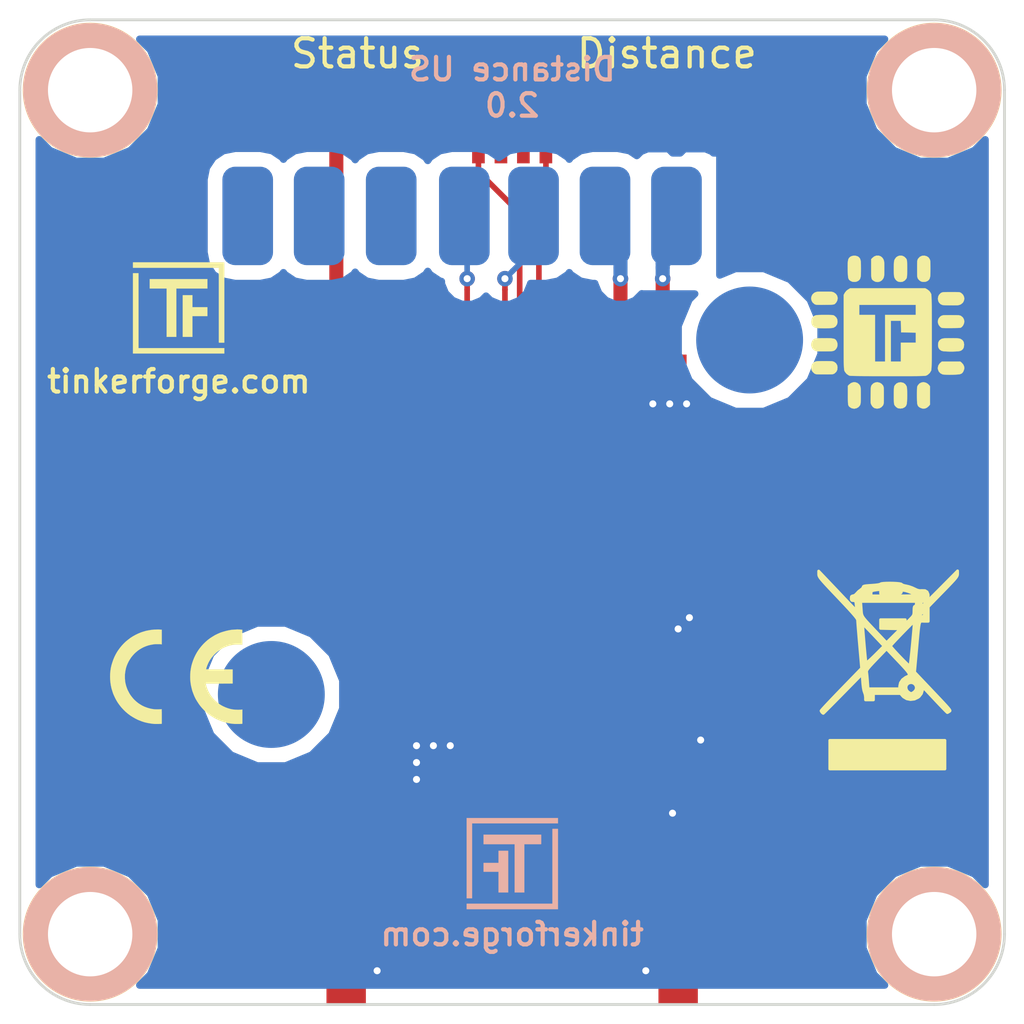
<source format=kicad_pcb>
(kicad_pcb (version 20171130) (host pcbnew 5.0.2-bee76a0~70~ubuntu18.04.1)

  (general
    (thickness 1.6)
    (drawings 13)
    (tracks 143)
    (zones 0)
    (modules 30)
    (nets 41)
  )

  (page A4)
  (layers
    (0 F.Cu signal)
    (31 B.Cu signal)
    (32 B.Adhes user)
    (33 F.Adhes user)
    (34 B.Paste user)
    (35 F.Paste user)
    (36 B.SilkS user)
    (37 F.SilkS user)
    (38 B.Mask user)
    (39 F.Mask user)
    (40 Dwgs.User user)
    (41 Cmts.User user)
    (42 Eco1.User user)
    (43 Eco2.User user)
    (44 Edge.Cuts user)
    (45 Margin user)
    (46 B.CrtYd user)
    (47 F.CrtYd user)
    (48 B.Fab user)
    (49 F.Fab user)
  )

  (setup
    (last_trace_width 0.15)
    (user_trace_width 0.2)
    (user_trace_width 0.25)
    (user_trace_width 0.3)
    (user_trace_width 0.5)
    (user_trace_width 0.7)
    (trace_clearance 0.149)
    (zone_clearance 0.508)
    (zone_45_only no)
    (trace_min 0.15)
    (segment_width 0.2)
    (edge_width 0.1)
    (via_size 0.55)
    (via_drill 0.25)
    (via_min_size 0.4)
    (via_min_drill 0.25)
    (user_via 0.55 0.3)
    (uvia_size 0.3)
    (uvia_drill 0.1)
    (uvias_allowed no)
    (uvia_min_size 0.2)
    (uvia_min_drill 0.1)
    (pcb_text_width 0.3)
    (pcb_text_size 1.5 1.5)
    (mod_edge_width 0.15)
    (mod_text_size 1 1)
    (mod_text_width 0.15)
    (pad_size 1.5 1.5)
    (pad_drill 0.6)
    (pad_to_mask_clearance 0)
    (solder_mask_min_width 0.25)
    (aux_axis_origin 132.5 82.5)
    (grid_origin 132.5 82.5)
    (visible_elements FFFFFF7F)
    (pcbplotparams
      (layerselection 0x010fc_ffffffff)
      (usegerberextensions true)
      (usegerberattributes true)
      (usegerberadvancedattributes false)
      (creategerberjobfile false)
      (excludeedgelayer true)
      (linewidth 0.100000)
      (plotframeref false)
      (viasonmask false)
      (mode 1)
      (useauxorigin false)
      (hpglpennumber 1)
      (hpglpenspeed 20)
      (hpglpendiameter 15.000000)
      (psnegative false)
      (psa4output false)
      (plotreference true)
      (plotvalue true)
      (plotinvisibletext false)
      (padsonsilk false)
      (subtractmaskfromsilk false)
      (outputformat 1)
      (mirror false)
      (drillshape 0)
      (scaleselection 1)
      (outputdirectory "proto/"))
  )

  (net 0 "")
  (net 1 "Net-(C1-Pad1)")
  (net 2 GND)
  (net 3 3V3)
  (net 4 "Net-(D1-Pad2)")
  (net 5 "Net-(D2-Pad2)")
  (net 6 +5V)
  (net 7 "Net-(P1-Pad4)")
  (net 8 "Net-(P1-Pad5)")
  (net 9 "Net-(P1-Pad6)")
  (net 10 "Net-(P2-Pad1)")
  (net 11 "Net-(P3-Pad2)")
  (net 12 "Net-(R1-Pad1)")
  (net 13 Serial)
  (net 14 S-MISO)
  (net 15 S-MOSI)
  (net 16 S-CLK)
  (net 17 S-CS)
  (net 18 "Net-(RP2-Pad2)")
  (net 19 "Net-(RP2-Pad3)")
  (net 20 "Net-(RP2-Pad5)")
  (net 21 "Net-(RP2-Pad6)")
  (net 22 "Net-(RP2-Pad7)")
  (net 23 "Net-(RP2-Pad8)")
  (net 24 "Net-(U1-Pad2)")
  (net 25 "Net-(U1-Pad4)")
  (net 26 "Net-(U1-Pad5)")
  (net 27 "Net-(U1-Pad7)")
  (net 28 "Net-(U1-Pad8)")
  (net 29 "Net-(U1-Pad11)")
  (net 30 "Net-(U1-Pad12)")
  (net 31 Ranging)
  (net 32 "Net-(U1-Pad19)")
  (net 33 "Net-(U1-Pad20)")
  (net 34 "Net-(U1-Pad21)")
  (net 35 "Net-(U6-Pad1)")
  (net 36 "Net-(U6-Pad2)")
  (net 37 "Net-(U6-Pad3)")
  (net 38 "Net-(C6-Pad1)")
  (net 39 "Net-(U1-Pad13)")
  (net 40 "Net-(U1-Pad15)")

  (net_class Default "This is the default net class."
    (clearance 0.149)
    (trace_width 0.15)
    (via_dia 0.55)
    (via_drill 0.25)
    (uvia_dia 0.3)
    (uvia_drill 0.1)
    (add_net +5V)
    (add_net 3V3)
    (add_net GND)
    (add_net "Net-(C1-Pad1)")
    (add_net "Net-(C6-Pad1)")
    (add_net "Net-(D1-Pad2)")
    (add_net "Net-(D2-Pad2)")
    (add_net "Net-(P1-Pad4)")
    (add_net "Net-(P1-Pad5)")
    (add_net "Net-(P1-Pad6)")
    (add_net "Net-(P2-Pad1)")
    (add_net "Net-(P3-Pad2)")
    (add_net "Net-(R1-Pad1)")
    (add_net "Net-(RP2-Pad2)")
    (add_net "Net-(RP2-Pad3)")
    (add_net "Net-(RP2-Pad5)")
    (add_net "Net-(RP2-Pad6)")
    (add_net "Net-(RP2-Pad7)")
    (add_net "Net-(RP2-Pad8)")
    (add_net "Net-(U1-Pad11)")
    (add_net "Net-(U1-Pad12)")
    (add_net "Net-(U1-Pad13)")
    (add_net "Net-(U1-Pad15)")
    (add_net "Net-(U1-Pad19)")
    (add_net "Net-(U1-Pad2)")
    (add_net "Net-(U1-Pad20)")
    (add_net "Net-(U1-Pad21)")
    (add_net "Net-(U1-Pad4)")
    (add_net "Net-(U1-Pad5)")
    (add_net "Net-(U1-Pad7)")
    (add_net "Net-(U1-Pad8)")
    (add_net "Net-(U6-Pad1)")
    (add_net "Net-(U6-Pad2)")
    (add_net "Net-(U6-Pad3)")
    (add_net Ranging)
    (add_net S-CLK)
    (add_net S-CS)
    (add_net S-MISO)
    (add_net S-MOSI)
    (add_net Serial)
  )

  (module "kicad-libraries:HRLV-EZ(SMD_EX)" (layer B.Cu) (tedit 5CB729FC) (tstamp 5CB7671F)
    (at 150 100 180)
    (path /5BABE427)
    (fp_text reference U6 (at 0.1 2.2 180) (layer B.Fab)
      (effects (font (size 1 1) (thickness 0.15)) (justify mirror))
    )
    (fp_text value HRLV-EZ (at -0.2 4.1 180) (layer B.Fab)
      (effects (font (size 1 1) (thickness 0.15)) (justify mirror))
    )
    (fp_circle (center 0 0) (end 0.014142 0) (layer B.Fab) (width 0.11))
    (fp_circle (center 0 0) (end 8.2 0) (layer B.Fab) (width 0.11))
    (fp_line (start -11 10.88) (end -11 -9.02) (layer B.Fab) (width 0.15))
    (fp_line (start -11 -9.02) (end 11.1 -9.02) (layer B.Fab) (width 0.15))
    (fp_line (start 11.1 -9.02) (end 11.1 10.88) (layer B.Fab) (width 0.15))
    (fp_line (start 11.1 10.88) (end -11 10.88) (layer B.Fab) (width 0.15))
    (fp_circle (center 8.56 -6.48) (end 10.16 -6.48) (layer B.Fab) (width 0.15))
    (fp_circle (center -8.44 6.12) (end -6.84 6.12) (layer B.Fab) (width 0.15))
    (pad 1 smd roundrect (at 9.4 10.53 180) (size 1.8 3.5) (layers B.Cu B.Paste B.Mask) (roundrect_rratio 0.25)
      (net 35 "Net-(U6-Pad1)"))
    (pad 2 smd roundrect (at 6.86 10.53 180) (size 1.8 3.5) (layers B.Cu B.Paste B.Mask) (roundrect_rratio 0.25)
      (net 36 "Net-(U6-Pad2)"))
    (pad 3 smd roundrect (at 4.3 10.53 180) (size 1.8 3.5) (layers B.Cu B.Paste B.Mask) (roundrect_rratio 0.25)
      (net 37 "Net-(U6-Pad3)"))
    (pad 4 smd roundrect (at 1.7 10.53 180) (size 1.8 3.5) (layers B.Cu B.Paste B.Mask) (roundrect_rratio 0.25)
      (net 31 Ranging))
    (pad 5 smd roundrect (at -0.76 10.53 180) (size 1.8 3.5) (layers B.Cu B.Paste B.Mask) (roundrect_rratio 0.25)
      (net 12 "Net-(R1-Pad1)"))
    (pad 6 smd roundrect (at -3.3 10.53 180) (size 1.8 3.5) (layers B.Cu B.Paste B.Mask) (roundrect_rratio 0.25)
      (net 38 "Net-(C6-Pad1)"))
    (pad 7 smd roundrect (at -5.84 10.53 180) (size 1.8 3.5) (layers B.Cu B.Paste B.Mask) (roundrect_rratio 0.25)
      (net 2 GND))
    (pad "" smd circle (at -8.44 6.12 180) (size 3.8 3.8) (layers B.Cu B.Paste B.Mask))
    (pad "" smd circle (at 8.56 -6.48 180) (size 3.8 3.8) (layers B.Cu B.Paste B.Mask))
    (model unsorted/HRLV.step
      (offset (xyz 11.1 11 0))
      (scale (xyz 1 1 1))
      (rotate (xyz 0 0 180))
    )
  )

  (module C0603F (layer F.Cu) (tedit 58F5DD02) (tstamp 5C91324C)
    (at 155.15 102.95 315)
    (path /5B62DA0C)
    (attr smd)
    (fp_text reference C4 (at 0.05 0.225 315) (layer F.Fab)
      (effects (font (size 0.2 0.2) (thickness 0.05)))
    )
    (fp_text value 100nF (at 0.05 -0.375 315) (layer F.Fab)
      (effects (font (size 0.2 0.2) (thickness 0.05)))
    )
    (fp_line (start -1.45034 -0.65024) (end 1.45034 -0.65024) (layer F.Fab) (width 0.001))
    (fp_line (start 1.45034 -0.65024) (end 1.45034 0.65024) (layer F.Fab) (width 0.001))
    (fp_line (start 1.45034 0.65024) (end -1.45034 0.65024) (layer F.Fab) (width 0.001))
    (fp_line (start -1.45034 0.65024) (end -1.45034 -0.65024) (layer F.Fab) (width 0.001))
    (pad 1 smd rect (at -0.75 0 315) (size 0.9 0.9) (layers F.Cu F.Paste F.Mask)
      (net 3 3V3))
    (pad 2 smd rect (at 0.75 0 315) (size 0.9 0.9) (layers F.Cu F.Paste F.Mask)
      (net 2 GND))
    (model Capacitors_SMD/C_0603.wrl
      (at (xyz 0 0 0))
      (scale (xyz 1 1 1))
      (rotate (xyz 0 0 0))
    )
  )

  (module C0402E (layer F.Cu) (tedit 58F8BCE3) (tstamp 5BAB7BD9)
    (at 154.4 110.7)
    (path /5B5B1CC1)
    (attr smd)
    (fp_text reference C1 (at 0 0.125) (layer F.Fab)
      (effects (font (size 0.2 0.2) (thickness 0.05)))
    )
    (fp_text value 220pF (at 0 -0.275) (layer F.Fab)
      (effects (font (size 0.2 0.2) (thickness 0.05)))
    )
    (fp_line (start -0.8509 -0.44958) (end 0.8509 -0.44958) (layer F.Fab) (width 0.001))
    (fp_line (start 0.8509 -0.44958) (end 0.8509 0.44958) (layer F.Fab) (width 0.001))
    (fp_line (start 0.8509 0.44958) (end -0.8509 0.44958) (layer F.Fab) (width 0.001))
    (fp_line (start -0.8509 0.44958) (end -0.8509 -0.44958) (layer F.Fab) (width 0.001))
    (pad 1 smd rect (at -0.65 0) (size 0.7 0.9) (layers F.Cu F.Paste F.Mask)
      (net 1 "Net-(C1-Pad1)"))
    (pad 2 smd rect (at 0.65 0) (size 0.7 0.9) (layers F.Cu F.Paste F.Mask)
      (net 2 GND))
    (model Capacitors_SMD/C_0402.wrl
      (at (xyz 0 0 0))
      (scale (xyz 1 1 1))
      (rotate (xyz 0 0 0))
    )
  )

  (module C0805E (layer F.Cu) (tedit 58F5E06C) (tstamp 5BAB7BE3)
    (at 148.15 110.75 180)
    (path /5B5B1DF2)
    (attr smd)
    (fp_text reference C2 (at 0 0.2 180) (layer F.Fab)
      (effects (font (size 0.2 0.2) (thickness 0.05)))
    )
    (fp_text value 10uF (at 0 -0.4 180) (layer F.Fab)
      (effects (font (size 0.2 0.2) (thickness 0.05)))
    )
    (fp_line (start -1.651 -0.8001) (end -1.651 0.8001) (layer F.Fab) (width 0.001))
    (fp_line (start -1.651 0.8001) (end 1.651 0.8001) (layer F.Fab) (width 0.001))
    (fp_line (start 1.651 0.8001) (end 1.651 -0.8001) (layer F.Fab) (width 0.001))
    (fp_line (start 1.651 -0.8001) (end -1.651 -0.8001) (layer F.Fab) (width 0.001))
    (pad 1 smd rect (at -0.95 0 180) (size 1.3 1.5) (layers F.Cu F.Paste F.Mask)
      (net 3 3V3) (clearance 0.14986))
    (pad 2 smd rect (at 0.95 0 180) (size 1.3 1.5) (layers F.Cu F.Paste F.Mask)
      (net 2 GND) (clearance 0.14986))
    (model Capacitors_SMD/C_0805.wrl
      (at (xyz 0 0 0))
      (scale (xyz 1 1 1))
      (rotate (xyz 0 0 0))
    )
  )

  (module C0603F (layer F.Cu) (tedit 58F5DD02) (tstamp 5BAB7BED)
    (at 148.15 109.05 180)
    (path /5B5B1E37)
    (attr smd)
    (fp_text reference C3 (at 0.05 0.225 180) (layer F.Fab)
      (effects (font (size 0.2 0.2) (thickness 0.05)))
    )
    (fp_text value 1uF (at 0.05 -0.375 180) (layer F.Fab)
      (effects (font (size 0.2 0.2) (thickness 0.05)))
    )
    (fp_line (start -1.45034 0.65024) (end -1.45034 -0.65024) (layer F.Fab) (width 0.001))
    (fp_line (start 1.45034 0.65024) (end -1.45034 0.65024) (layer F.Fab) (width 0.001))
    (fp_line (start 1.45034 -0.65024) (end 1.45034 0.65024) (layer F.Fab) (width 0.001))
    (fp_line (start -1.45034 -0.65024) (end 1.45034 -0.65024) (layer F.Fab) (width 0.001))
    (pad 2 smd rect (at 0.75 0 180) (size 0.9 0.9) (layers F.Cu F.Paste F.Mask)
      (net 2 GND))
    (pad 1 smd rect (at -0.75 0 180) (size 0.9 0.9) (layers F.Cu F.Paste F.Mask)
      (net 3 3V3))
    (model Capacitors_SMD/C_0603.wrl
      (at (xyz 0 0 0))
      (scale (xyz 1 1 1))
      (rotate (xyz 0 0 0))
    )
  )

  (module C0805E (layer F.Cu) (tedit 58F5E06C) (tstamp 5BAB8854)
    (at 154.6 95.15)
    (path /5BACD6E4)
    (attr smd)
    (fp_text reference C6 (at 0 0.2) (layer F.Fab)
      (effects (font (size 0.2 0.2) (thickness 0.05)))
    )
    (fp_text value 10uF (at 0 -0.4) (layer F.Fab)
      (effects (font (size 0.2 0.2) (thickness 0.05)))
    )
    (fp_line (start 1.651 -0.8001) (end -1.651 -0.8001) (layer F.Fab) (width 0.001))
    (fp_line (start 1.651 0.8001) (end 1.651 -0.8001) (layer F.Fab) (width 0.001))
    (fp_line (start -1.651 0.8001) (end 1.651 0.8001) (layer F.Fab) (width 0.001))
    (fp_line (start -1.651 -0.8001) (end -1.651 0.8001) (layer F.Fab) (width 0.001))
    (pad 2 smd rect (at 0.95 0) (size 1.3 1.5) (layers F.Cu F.Paste F.Mask)
      (net 2 GND) (clearance 0.14986))
    (pad 1 smd rect (at -0.95 0) (size 1.3 1.5) (layers F.Cu F.Paste F.Mask)
      (net 38 "Net-(C6-Pad1)") (clearance 0.14986))
    (model Capacitors_SMD/C_0805.wrl
      (at (xyz 0 0 0))
      (scale (xyz 1 1 1))
      (rotate (xyz 0 0 0))
    )
  )

  (module C0603F (layer F.Cu) (tedit 58F5DD02) (tstamp 5BAB7C1A)
    (at 154.6 93.6)
    (path /5BACD7B8)
    (attr smd)
    (fp_text reference C7 (at 0.05 0.225) (layer F.Fab)
      (effects (font (size 0.2 0.2) (thickness 0.05)))
    )
    (fp_text value 1uF (at 0.05 -0.375) (layer F.Fab)
      (effects (font (size 0.2 0.2) (thickness 0.05)))
    )
    (fp_line (start -1.45034 -0.65024) (end 1.45034 -0.65024) (layer F.Fab) (width 0.001))
    (fp_line (start 1.45034 -0.65024) (end 1.45034 0.65024) (layer F.Fab) (width 0.001))
    (fp_line (start 1.45034 0.65024) (end -1.45034 0.65024) (layer F.Fab) (width 0.001))
    (fp_line (start -1.45034 0.65024) (end -1.45034 -0.65024) (layer F.Fab) (width 0.001))
    (pad 1 smd rect (at -0.75 0) (size 0.9 0.9) (layers F.Cu F.Paste F.Mask)
      (net 38 "Net-(C6-Pad1)"))
    (pad 2 smd rect (at 0.75 0) (size 0.9 0.9) (layers F.Cu F.Paste F.Mask)
      (net 2 GND))
    (model Capacitors_SMD/C_0603.wrl
      (at (xyz 0 0 0))
      (scale (xyz 1 1 1))
      (rotate (xyz 0 0 0))
    )
  )

  (module D0603F (layer F.Cu) (tedit 5910237C) (tstamp 5BAB7C2B)
    (at 144.5 85.5)
    (path /5B62E369)
    (attr smd)
    (fp_text reference D1 (at -0.775 0.45) (layer F.Fab)
      (effects (font (size 0.2 0.2) (thickness 0.05)))
    )
    (fp_text value BLUE (at 0.75 0.45) (layer F.Fab)
      (effects (font (size 0.2 0.2) (thickness 0.05)))
    )
    (fp_line (start -1.45034 0.65024) (end -1.45034 -0.65024) (layer F.Fab) (width 0.001))
    (fp_line (start 1.45034 0.65024) (end -1.45034 0.65024) (layer F.Fab) (width 0.001))
    (fp_line (start 1.45034 -0.65024) (end 1.45034 0.65024) (layer F.Fab) (width 0.001))
    (fp_line (start -1.45034 -0.65024) (end 1.45034 -0.65024) (layer F.Fab) (width 0.001))
    (fp_line (start 0 0) (end -0.3 -0.3) (layer F.Fab) (width 0.05))
    (fp_line (start -0.3 0.3) (end 0 0) (layer F.Fab) (width 0.05))
    (fp_line (start -0.3 -0.3) (end -0.3 0.3) (layer F.Fab) (width 0.05))
    (fp_line (start 0 -0.3) (end 0 0.3) (layer F.Fab) (width 0.05))
    (fp_line (start 0.45 0) (end 1.05 0) (layer F.Fab) (width 0.05))
    (fp_line (start -1.05 0) (end -0.45 0) (layer F.Fab) (width 0.05))
    (fp_line (start -0.75 -0.3) (end -0.75 0.3) (layer F.Fab) (width 0.05))
    (pad 2 smd rect (at 0.75 0) (size 0.9 0.9) (layers F.Cu F.Paste F.Mask)
      (net 4 "Net-(D1-Pad2)"))
    (pad 1 smd rect (at -0.75 0) (size 0.9 0.9) (layers F.Cu F.Paste F.Mask)
      (net 3 3V3))
    (model LED_SMD/D_0603_blue.wrl
      (at (xyz 0 0 0))
      (scale (xyz 1 1 1))
      (rotate (xyz -90 0 0))
    )
  )

  (module D0603F (layer F.Cu) (tedit 5910237C) (tstamp 5BAB7C3C)
    (at 155.5 85.5 180)
    (path /5B63192B)
    (attr smd)
    (fp_text reference D2 (at -0.775 0.45 180) (layer F.Fab)
      (effects (font (size 0.2 0.2) (thickness 0.05)))
    )
    (fp_text value GREEN (at 0.75 0.45 180) (layer F.Fab)
      (effects (font (size 0.2 0.2) (thickness 0.05)))
    )
    (fp_line (start -0.75 -0.3) (end -0.75 0.3) (layer F.Fab) (width 0.05))
    (fp_line (start -1.05 0) (end -0.45 0) (layer F.Fab) (width 0.05))
    (fp_line (start 0.45 0) (end 1.05 0) (layer F.Fab) (width 0.05))
    (fp_line (start 0 -0.3) (end 0 0.3) (layer F.Fab) (width 0.05))
    (fp_line (start -0.3 -0.3) (end -0.3 0.3) (layer F.Fab) (width 0.05))
    (fp_line (start -0.3 0.3) (end 0 0) (layer F.Fab) (width 0.05))
    (fp_line (start 0 0) (end -0.3 -0.3) (layer F.Fab) (width 0.05))
    (fp_line (start -1.45034 -0.65024) (end 1.45034 -0.65024) (layer F.Fab) (width 0.001))
    (fp_line (start 1.45034 -0.65024) (end 1.45034 0.65024) (layer F.Fab) (width 0.001))
    (fp_line (start 1.45034 0.65024) (end -1.45034 0.65024) (layer F.Fab) (width 0.001))
    (fp_line (start -1.45034 0.65024) (end -1.45034 -0.65024) (layer F.Fab) (width 0.001))
    (pad 1 smd rect (at -0.75 0 180) (size 0.9 0.9) (layers F.Cu F.Paste F.Mask)
      (net 3 3V3))
    (pad 2 smd rect (at 0.75 0 180) (size 0.9 0.9) (layers F.Cu F.Paste F.Mask)
      (net 5 "Net-(D2-Pad2)"))
    (model LED_SMD/D_0603_blue.wrl
      (at (xyz 0 0 0))
      (scale (xyz 1 1 1))
      (rotate (xyz -90 0 0))
    )
  )

  (module R0603F (layer F.Cu) (tedit 58F5DD02) (tstamp 5BAB8A14)
    (at 152.1 95.95 90)
    (path /5BACEFE0)
    (attr smd)
    (fp_text reference L1 (at 0.05 0.225 90) (layer F.Fab)
      (effects (font (size 0.2 0.2) (thickness 0.05)))
    )
    (fp_text value FB (at 0.05 -0.375 90) (layer F.Fab)
      (effects (font (size 0.2 0.2) (thickness 0.05)))
    )
    (fp_line (start -1.45034 -0.65024) (end 1.45034 -0.65024) (layer F.Fab) (width 0.001))
    (fp_line (start 1.45034 -0.65024) (end 1.45034 0.65024) (layer F.Fab) (width 0.001))
    (fp_line (start 1.45034 0.65024) (end -1.45034 0.65024) (layer F.Fab) (width 0.001))
    (fp_line (start -1.45034 0.65024) (end -1.45034 -0.65024) (layer F.Fab) (width 0.001))
    (pad 1 smd rect (at -0.75 0 90) (size 0.9 0.9) (layers F.Cu F.Paste F.Mask)
      (net 3 3V3))
    (pad 2 smd rect (at 0.75 0 90) (size 0.9 0.9) (layers F.Cu F.Paste F.Mask)
      (net 38 "Net-(C6-Pad1)"))
    (model Resistors_SMD/R_0603.wrl
      (at (xyz 0 0 0))
      (scale (xyz 1 1 1))
      (rotate (xyz 0 0 0))
    )
  )

  (module CON-SENSOR2 (layer F.Cu) (tedit 59030BED) (tstamp 5BAB86B1)
    (at 150 117.5)
    (path /5B5B0B02)
    (fp_text reference P1 (at 0 -2.85) (layer F.Fab)
      (effects (font (size 0.3 0.3) (thickness 0.075)))
    )
    (fp_text value CON-SENSOR2 (at 0 -1.6002) (layer F.Fab)
      (effects (font (size 0.29972 0.29972) (thickness 0.07112)))
    )
    (fp_line (start -5 -0.25) (end -4.75 -0.75) (layer F.Fab) (width 0.05))
    (fp_line (start -4.75 -0.75) (end -4.5 -0.25) (layer F.Fab) (width 0.05))
    (fp_line (start -6 -0.25) (end 6 -0.25) (layer F.Fab) (width 0.05))
    (fp_line (start 6 -0.25) (end 6 -4.3) (layer F.Fab) (width 0.05))
    (fp_line (start 6 -4.3) (end -6 -4.3) (layer F.Fab) (width 0.05))
    (fp_line (start -6 -4.3) (end -6 -0.25) (layer F.Fab) (width 0.05))
    (pad 1 smd rect (at -3.75 -4.6) (size 0.6 1.8) (layers F.Cu F.Paste F.Mask)
      (net 6 +5V))
    (pad 2 smd rect (at -2.5 -4.6) (size 0.6 1.8) (layers F.Cu F.Paste F.Mask)
      (net 2 GND))
    (pad EP smd rect (at -5.9 -1.2) (size 1.4 2.4) (layers F.Cu F.Paste F.Mask)
      (net 2 GND))
    (pad EP smd rect (at 5.9 -1.2) (size 1.4 2.4) (layers F.Cu F.Paste F.Mask)
      (net 2 GND))
    (pad 3 smd rect (at -1.25 -4.6) (size 0.6 1.8) (layers F.Cu F.Paste F.Mask)
      (net 3 3V3))
    (pad 4 smd rect (at 0 -4.6) (size 0.6 1.8) (layers F.Cu F.Paste F.Mask)
      (net 7 "Net-(P1-Pad4)"))
    (pad 5 smd rect (at 1.25 -4.6) (size 0.6 1.8) (layers F.Cu F.Paste F.Mask)
      (net 8 "Net-(P1-Pad5)"))
    (pad 6 smd rect (at 2.5 -4.6) (size 0.6 1.8) (layers F.Cu F.Paste F.Mask)
      (net 9 "Net-(P1-Pad6)"))
    (pad 7 smd rect (at 3.75 -4.6) (size 0.6 1.8) (layers F.Cu F.Paste F.Mask)
      (net 1 "Net-(C1-Pad1)"))
    (model Connectors_TF/BrickletConn_7pin.wrl
      (offset (xyz 0 2.539999961853027 0))
      (scale (xyz 1 1 1))
      (rotate (xyz 0 0 0))
    )
  )

  (module DEBUG_PAD (layer F.Cu) (tedit 590B3FBE) (tstamp 5BAB7C5E)
    (at 154.9 108.45)
    (path /5B62EAFF)
    (fp_text reference P2 (at 0 0.175) (layer F.Fab)
      (effects (font (size 0.15 0.15) (thickness 0.0375)))
    )
    (fp_text value DEBUG (at 0 -0.15) (layer F.Fab)
      (effects (font (size 0.15 0.15) (thickness 0.0375)))
    )
    (pad 1 smd circle (at 0 0) (size 0.7 0.7) (layers F.Cu F.Paste F.Mask)
      (net 10 "Net-(P2-Pad1)"))
  )

  (module SolderJumper (layer F.Cu) (tedit 590B2DE4) (tstamp 5BAB7C67)
    (at 156 107.4 135)
    (path /5B62E89C)
    (fp_text reference P3 (at 0 0.35 135) (layer F.Fab)
      (effects (font (size 0.3 0.3) (thickness 0.0712)))
    )
    (fp_text value BOOT (at 0 -0.35 135) (layer F.Fab)
      (effects (font (size 0.3 0.3) (thickness 0.0712)))
    )
    (pad 2 smd rect (at 0.55 0 135) (size 0.3 1.4) (layers F.Cu F.Mask)
      (net 11 "Net-(P3-Pad2)"))
    (pad 2 smd rect (at 0.15 0 135) (size 0.6 0.5) (layers F.Cu F.Mask)
      (net 11 "Net-(P3-Pad2)"))
    (pad 1 smd rect (at -0.499999 0 135) (size 0.4 1.4) (layers F.Cu F.Mask)
      (net 2 GND))
    (pad 1 smd rect (at -0.225 0.55 135) (size 0.95 0.3) (layers F.Cu F.Mask)
      (net 2 GND))
    (pad 1 smd rect (at -0.225 -0.55 135) (size 0.95 0.3) (layers F.Cu F.Mask)
      (net 2 GND))
  )

  (module kicad-libraries:R0603F (layer F.Cu) (tedit 58F5DD02) (tstamp 5BAB7C71)
    (at 149.45 95.95 270)
    (path /5BAD6590)
    (attr smd)
    (fp_text reference R1 (at 0.05 0.225 270) (layer F.Fab)
      (effects (font (size 0.2 0.2) (thickness 0.05)))
    )
    (fp_text value 1k (at 0.05 -0.375 270) (layer F.Fab)
      (effects (font (size 0.2 0.2) (thickness 0.05)))
    )
    (fp_line (start -1.45034 -0.65024) (end 1.45034 -0.65024) (layer F.Fab) (width 0.001))
    (fp_line (start 1.45034 -0.65024) (end 1.45034 0.65024) (layer F.Fab) (width 0.001))
    (fp_line (start 1.45034 0.65024) (end -1.45034 0.65024) (layer F.Fab) (width 0.001))
    (fp_line (start -1.45034 0.65024) (end -1.45034 -0.65024) (layer F.Fab) (width 0.001))
    (pad 1 smd rect (at -0.75 0 270) (size 0.9 0.9) (layers F.Cu F.Paste F.Mask)
      (net 12 "Net-(R1-Pad1)"))
    (pad 2 smd rect (at 0.75 0 270) (size 0.9 0.9) (layers F.Cu F.Paste F.Mask)
      (net 13 Serial))
    (model Resistors_SMD/R_0603.wrl
      (at (xyz 0 0 0))
      (scale (xyz 1 1 1))
      (rotate (xyz 0 0 0))
    )
  )

  (module 4X0402 (layer F.Cu) (tedit 590B1710) (tstamp 5BAB7C81)
    (at 151.9 110.1)
    (path /5B5B1A4C)
    (attr smd)
    (fp_text reference RP1 (at -0.025 0.25) (layer F.Fab)
      (effects (font (size 0.2 0.2) (thickness 0.05)))
    )
    (fp_text value 82 (at -0.025 -0.45) (layer F.Fab)
      (effects (font (size 0.2 0.2) (thickness 0.05)))
    )
    (fp_line (start -1.04902 -0.89916) (end 1.04902 -0.89916) (layer F.Fab) (width 0.001))
    (fp_line (start 1.04902 -0.89916) (end 1.04902 0.89916) (layer F.Fab) (width 0.001))
    (fp_line (start -1.04902 0.89916) (end 1.04902 0.89916) (layer F.Fab) (width 0.001))
    (fp_line (start -1.04902 -0.89916) (end -1.04902 0.89916) (layer F.Fab) (width 0.001))
    (pad 1 smd rect (at -0.7493 0.575 180) (size 0.29972 0.65) (layers F.Cu F.Paste F.Mask)
      (net 7 "Net-(P1-Pad4)"))
    (pad 2 smd rect (at -0.24892 0.575 180) (size 0.29972 0.65) (layers F.Cu F.Paste F.Mask)
      (net 8 "Net-(P1-Pad5)"))
    (pad 3 smd rect (at 0.24892 0.575 180) (size 0.29972 0.65) (layers F.Cu F.Paste F.Mask)
      (net 9 "Net-(P1-Pad6)"))
    (pad 4 smd rect (at 0.7493 0.575 180) (size 0.29972 0.65) (layers F.Cu F.Paste F.Mask)
      (net 1 "Net-(C1-Pad1)"))
    (pad 5 smd rect (at 0.7493 -0.575) (size 0.29972 0.65) (layers F.Cu F.Paste F.Mask)
      (net 14 S-MISO))
    (pad 6 smd rect (at 0.24892 -0.575) (size 0.29972 0.65) (layers F.Cu F.Paste F.Mask)
      (net 15 S-MOSI))
    (pad 7 smd rect (at -0.24892 -0.575) (size 0.29972 0.65) (layers F.Cu F.Paste F.Mask)
      (net 16 S-CLK))
    (pad 8 smd rect (at -0.7493 -0.575) (size 0.29972 0.65) (layers F.Cu F.Paste F.Mask)
      (net 17 S-CS))
    (model Resistors_SMD/R_4x0402.wrl
      (at (xyz 0 0 0))
      (scale (xyz 1 1 1))
      (rotate (xyz 0 0 90))
    )
  )

  (module 4X0603 (layer F.Cu) (tedit 590338BF) (tstamp 5BAB7C91)
    (at 150 86.3)
    (path /5B633639)
    (fp_text reference RP2 (at -0.61 0) (layer F.Fab)
      (effects (font (size 0.29972 0.29972) (thickness 0.07493)))
    )
    (fp_text value 1k (at 1.01 -0.02) (layer F.Fab)
      (effects (font (size 0.29972 0.29972) (thickness 0.07493)))
    )
    (fp_line (start -1.6002 -0.8001) (end -1.6002 0.8001) (layer F.Fab) (width 0.01016))
    (fp_line (start -1.6002 0.8001) (end 1.6002 0.8001) (layer F.Fab) (width 0.01016))
    (fp_line (start 1.6002 0.8001) (end 1.6002 -0.8001) (layer F.Fab) (width 0.01016))
    (fp_line (start 1.6002 -0.8001) (end -1.6002 -0.8001) (layer F.Fab) (width 0.01016))
    (pad 1 smd rect (at -1.19888 -0.8509) (size 0.44958 0.89916) (layers F.Cu F.Paste F.Mask)
      (net 4 "Net-(D1-Pad2)"))
    (pad 2 smd rect (at -0.39878 -0.8509) (size 0.44958 0.89916) (layers F.Cu F.Paste F.Mask)
      (net 18 "Net-(RP2-Pad2)"))
    (pad 3 smd rect (at 0.39878 -0.8509) (size 0.44958 0.89916) (layers F.Cu F.Paste F.Mask)
      (net 19 "Net-(RP2-Pad3)"))
    (pad 4 smd rect (at 1.19888 -0.8509) (size 0.44958 0.89916) (layers F.Cu F.Paste F.Mask)
      (net 5 "Net-(D2-Pad2)"))
    (pad 5 smd rect (at 1.19888 0.8509) (size 0.44958 0.89916) (layers F.Cu F.Paste F.Mask)
      (net 20 "Net-(RP2-Pad5)"))
    (pad 6 smd rect (at 0.39878 0.8509) (size 0.44958 0.89916) (layers F.Cu F.Paste F.Mask)
      (net 21 "Net-(RP2-Pad6)"))
    (pad 7 smd rect (at -0.39878 0.8509) (size 0.44958 0.89916) (layers F.Cu F.Paste F.Mask)
      (net 22 "Net-(RP2-Pad7)"))
    (pad 8 smd rect (at -1.19888 0.8509) (size 0.44958 0.89916) (layers F.Cu F.Paste F.Mask)
      (net 23 "Net-(RP2-Pad8)"))
    (model Resistors_SMD/R_4x0603.wrl
      (at (xyz 0 0 0))
      (scale (xyz 1 1 1))
      (rotate (xyz 0 0 0))
    )
  )

  (module QFN24-4x4mm-0.5mm (layer F.Cu) (tedit 590CA070) (tstamp 5BAB7CB6)
    (at 152.3 105.5 135)
    (tags "QFN 24pin 0.5")
    (path /5B5B218B)
    (attr smd)
    (fp_text reference U1 (at 0 -0.4 135) (layer F.Fab)
      (effects (font (size 0.3 0.3) (thickness 0.075)))
    )
    (fp_text value XMC1100 (at 0 0.8 135) (layer F.Fab)
      (effects (font (size 0.3 0.3) (thickness 0.075)))
    )
    (fp_line (start -1 -2) (end 2 -2) (layer F.Fab) (width 0.15))
    (fp_line (start 2 -2) (end 2 2) (layer F.Fab) (width 0.15))
    (fp_line (start 2 2) (end -2 2) (layer F.Fab) (width 0.15))
    (fp_line (start -2 2) (end -2 -1) (layer F.Fab) (width 0.15))
    (fp_line (start -2 -1) (end -1 -2) (layer F.Fab) (width 0.15))
    (pad 1 smd oval (at -2.025 -1.25 135) (size 1 0.3) (layers F.Cu F.Paste F.Mask)
      (net 14 S-MISO))
    (pad 2 smd oval (at -2.025 -0.75 135) (size 1 0.3) (layers F.Cu F.Paste F.Mask)
      (net 24 "Net-(U1-Pad2)"))
    (pad 3 smd oval (at -2.025 -0.25 135) (size 1 0.3) (layers F.Cu F.Paste F.Mask)
      (net 10 "Net-(P2-Pad1)"))
    (pad 4 smd oval (at -2.025 0.25 135) (size 1 0.3) (layers F.Cu F.Paste F.Mask)
      (net 25 "Net-(U1-Pad4)"))
    (pad 5 smd oval (at -2.025 0.75 135) (size 1 0.3) (layers F.Cu F.Paste F.Mask)
      (net 26 "Net-(U1-Pad5)"))
    (pad 6 smd oval (at -2.025 1.25 135) (size 1 0.3) (layers F.Cu F.Paste F.Mask)
      (net 11 "Net-(P3-Pad2)"))
    (pad 7 smd oval (at -1.25 2.025 225) (size 1 0.3) (layers F.Cu F.Paste F.Mask)
      (net 27 "Net-(U1-Pad7)"))
    (pad 8 smd oval (at -0.75 2.025 225) (size 1 0.3) (layers F.Cu F.Paste F.Mask)
      (net 28 "Net-(U1-Pad8)"))
    (pad 9 smd oval (at -0.25 2.025 225) (size 1 0.3) (layers F.Cu F.Paste F.Mask)
      (net 2 GND))
    (pad 10 smd oval (at 0.25 2.025 225) (size 1 0.3) (layers F.Cu F.Paste F.Mask)
      (net 3 3V3))
    (pad 11 smd oval (at 0.75 2.025 225) (size 1 0.3) (layers F.Cu F.Paste F.Mask)
      (net 29 "Net-(U1-Pad11)"))
    (pad 12 smd oval (at 1.25 2.025 225) (size 1 0.3) (layers F.Cu F.Paste F.Mask)
      (net 30 "Net-(U1-Pad12)"))
    (pad 13 smd oval (at 2.025 1.25 135) (size 1 0.3) (layers F.Cu F.Paste F.Mask)
      (net 39 "Net-(U1-Pad13)"))
    (pad 14 smd oval (at 2.025 0.75 135) (size 1 0.3) (layers F.Cu F.Paste F.Mask)
      (net 20 "Net-(RP2-Pad5)"))
    (pad 15 smd oval (at 2.025 0.25 135) (size 1 0.3) (layers F.Cu F.Paste F.Mask)
      (net 40 "Net-(U1-Pad15)"))
    (pad 16 smd oval (at 2.025 -0.25 135) (size 1 0.3) (layers F.Cu F.Paste F.Mask)
      (net 23 "Net-(RP2-Pad8)"))
    (pad 17 smd oval (at 2.025 -0.75 135) (size 1 0.3) (layers F.Cu F.Paste F.Mask)
      (net 13 Serial))
    (pad 18 smd oval (at 2.025 -1.25 135) (size 1 0.3) (layers F.Cu F.Paste F.Mask)
      (net 31 Ranging))
    (pad 19 smd oval (at 1.25 -2.025 225) (size 1 0.3) (layers F.Cu F.Paste F.Mask)
      (net 32 "Net-(U1-Pad19)"))
    (pad 20 smd oval (at 0.75 -2.025 225) (size 1 0.3) (layers F.Cu F.Paste F.Mask)
      (net 33 "Net-(U1-Pad20)"))
    (pad 21 smd oval (at 0.25 -2.025 225) (size 1 0.3) (layers F.Cu F.Paste F.Mask)
      (net 34 "Net-(U1-Pad21)"))
    (pad 22 smd oval (at -0.25 -2.025 225) (size 1 0.3) (layers F.Cu F.Paste F.Mask)
      (net 17 S-CS))
    (pad 23 smd oval (at -0.75 -2.025 225) (size 1 0.3) (layers F.Cu F.Paste F.Mask)
      (net 16 S-CLK))
    (pad 24 smd oval (at -1.25 -2.025 225) (size 1 0.3) (layers F.Cu F.Paste F.Mask)
      (net 15 S-MOSI))
    (pad EXP smd rect (at 0.65 0.65 135) (size 1.3 1.3) (layers F.Cu F.Paste F.Mask)
      (net 2 GND) (solder_paste_margin_ratio -0.2))
    (pad EXP smd rect (at 0.65 -0.65 135) (size 1.3 1.3) (layers F.Cu F.Paste F.Mask)
      (net 2 GND) (solder_paste_margin_ratio -0.2))
    (pad EXP smd rect (at -0.65 0.65 135) (size 1.3 1.3) (layers F.Cu F.Paste F.Mask)
      (net 2 GND) (solder_paste_margin_ratio -0.2))
    (pad EXP smd rect (at -0.65 -0.65 135) (size 1.3 1.3) (layers F.Cu F.Paste F.Mask)
      (net 2 GND) (solder_paste_margin_ratio -0.2))
    (model Housings_DFN_QFN/QFN-24_4x4mm_Pitch0.5mm.wrl
      (at (xyz 0 0 0))
      (scale (xyz 1 1 1))
      (rotate (xyz 90 180 180))
    )
  )

  (module DRILL_NP (layer F.Cu) (tedit 530C7871) (tstamp 5BAB7CC4)
    (at 165 115)
    (path /5B633FCA)
    (fp_text reference U2 (at 0 0) (layer F.SilkS) hide
      (effects (font (size 0.29972 0.29972) (thickness 0.0762)))
    )
    (fp_text value DRILL (at 0 0.50038) (layer F.SilkS) hide
      (effects (font (size 0.29972 0.29972) (thickness 0.0762)))
    )
    (fp_circle (center 0 0) (end 3.2 0) (layer Eco2.User) (width 0.01))
    (fp_circle (center 0 0) (end 2.19964 -0.20066) (layer F.SilkS) (width 0.381))
    (fp_circle (center 0 0) (end 1.99898 -0.20066) (layer F.SilkS) (width 0.381))
    (fp_circle (center 0 0) (end 1.69926 0) (layer F.SilkS) (width 0.381))
    (fp_circle (center 0 0) (end 1.39954 -0.09906) (layer B.SilkS) (width 0.381))
    (fp_circle (center 0 0) (end 1.39954 0) (layer F.SilkS) (width 0.381))
    (fp_circle (center 0 0) (end 1.69926 0) (layer B.SilkS) (width 0.381))
    (fp_circle (center 0 0) (end 1.89992 0) (layer B.SilkS) (width 0.381))
    (fp_circle (center 0 0) (end 2.19964 0) (layer B.SilkS) (width 0.381))
    (pad "" np_thru_hole circle (at 0 0) (size 2.99974 2.99974) (drill 2.99974) (layers *.Cu *.Mask F.SilkS)
      (clearance 0.89916))
  )

  (module DRILL_NP (layer F.Cu) (tedit 530C7871) (tstamp 5BAB7CD2)
    (at 135 115)
    (path /5B633F4A)
    (fp_text reference U3 (at 0 0) (layer F.SilkS) hide
      (effects (font (size 0.29972 0.29972) (thickness 0.0762)))
    )
    (fp_text value DRILL (at 0 0.50038) (layer F.SilkS) hide
      (effects (font (size 0.29972 0.29972) (thickness 0.0762)))
    )
    (fp_circle (center 0 0) (end 3.2 0) (layer Eco2.User) (width 0.01))
    (fp_circle (center 0 0) (end 2.19964 -0.20066) (layer F.SilkS) (width 0.381))
    (fp_circle (center 0 0) (end 1.99898 -0.20066) (layer F.SilkS) (width 0.381))
    (fp_circle (center 0 0) (end 1.69926 0) (layer F.SilkS) (width 0.381))
    (fp_circle (center 0 0) (end 1.39954 -0.09906) (layer B.SilkS) (width 0.381))
    (fp_circle (center 0 0) (end 1.39954 0) (layer F.SilkS) (width 0.381))
    (fp_circle (center 0 0) (end 1.69926 0) (layer B.SilkS) (width 0.381))
    (fp_circle (center 0 0) (end 1.89992 0) (layer B.SilkS) (width 0.381))
    (fp_circle (center 0 0) (end 2.19964 0) (layer B.SilkS) (width 0.381))
    (pad "" np_thru_hole circle (at 0 0) (size 2.99974 2.99974) (drill 2.99974) (layers *.Cu *.Mask F.SilkS)
      (clearance 0.89916))
  )

  (module DRILL_NP (layer F.Cu) (tedit 530C7871) (tstamp 5BAB7CE0)
    (at 135 85)
    (path /5B633F8A)
    (fp_text reference U4 (at 0 0) (layer F.SilkS) hide
      (effects (font (size 0.29972 0.29972) (thickness 0.0762)))
    )
    (fp_text value DRILL (at 0 0.50038) (layer F.SilkS) hide
      (effects (font (size 0.29972 0.29972) (thickness 0.0762)))
    )
    (fp_circle (center 0 0) (end 2.19964 0) (layer B.SilkS) (width 0.381))
    (fp_circle (center 0 0) (end 1.89992 0) (layer B.SilkS) (width 0.381))
    (fp_circle (center 0 0) (end 1.69926 0) (layer B.SilkS) (width 0.381))
    (fp_circle (center 0 0) (end 1.39954 0) (layer F.SilkS) (width 0.381))
    (fp_circle (center 0 0) (end 1.39954 -0.09906) (layer B.SilkS) (width 0.381))
    (fp_circle (center 0 0) (end 1.69926 0) (layer F.SilkS) (width 0.381))
    (fp_circle (center 0 0) (end 1.99898 -0.20066) (layer F.SilkS) (width 0.381))
    (fp_circle (center 0 0) (end 2.19964 -0.20066) (layer F.SilkS) (width 0.381))
    (fp_circle (center 0 0) (end 3.2 0) (layer Eco2.User) (width 0.01))
    (pad "" np_thru_hole circle (at 0 0) (size 2.99974 2.99974) (drill 2.99974) (layers *.Cu *.Mask F.SilkS)
      (clearance 0.89916))
  )

  (module DRILL_NP (layer F.Cu) (tedit 530C7871) (tstamp 5BAB84E2)
    (at 165 85)
    (path /5B633E5A)
    (fp_text reference U5 (at 0 0) (layer F.SilkS) hide
      (effects (font (size 0.29972 0.29972) (thickness 0.0762)))
    )
    (fp_text value DRILL (at 0 0.50038) (layer F.SilkS) hide
      (effects (font (size 0.29972 0.29972) (thickness 0.0762)))
    )
    (fp_circle (center 0 0) (end 2.19964 0) (layer B.SilkS) (width 0.381))
    (fp_circle (center 0 0) (end 1.89992 0) (layer B.SilkS) (width 0.381))
    (fp_circle (center 0 0) (end 1.69926 0) (layer B.SilkS) (width 0.381))
    (fp_circle (center 0 0) (end 1.39954 0) (layer F.SilkS) (width 0.381))
    (fp_circle (center 0 0) (end 1.39954 -0.09906) (layer B.SilkS) (width 0.381))
    (fp_circle (center 0 0) (end 1.69926 0) (layer F.SilkS) (width 0.381))
    (fp_circle (center 0 0) (end 1.99898 -0.20066) (layer F.SilkS) (width 0.381))
    (fp_circle (center 0 0) (end 2.19964 -0.20066) (layer F.SilkS) (width 0.381))
    (fp_circle (center 0 0) (end 3.2 0) (layer Eco2.User) (width 0.01))
    (pad "" np_thru_hole circle (at 0 0) (size 2.99974 2.99974) (drill 2.99974) (layers *.Cu *.Mask F.SilkS)
      (clearance 0.89916))
  )

  (module kicad-libraries:CE_5mm (layer F.Cu) (tedit 5922FFD4) (tstamp 5CAB72F7)
    (at 138.1 105.85)
    (fp_text reference VAL (at 0 0) (layer F.SilkS) hide
      (effects (font (size 0.2 0.2) (thickness 0.05)))
    )
    (fp_text value CE_5mm (at 0 0) (layer F.SilkS) hide
      (effects (font (size 0.2 0.2) (thickness 0.05)))
    )
    (fp_poly (pts (xy 2.3114 1.67132) (xy 2.30124 1.67132) (xy 2.28854 1.67386) (xy 2.26822 1.6764)
      (xy 2.24282 1.6764) (xy 2.21742 1.67894) (xy 2.18694 1.67894) (xy 2.15646 1.67894)
      (xy 2.12852 1.67894) (xy 2.10058 1.67894) (xy 2.07518 1.67894) (xy 2.05232 1.67894)
      (xy 2.04978 1.67894) (xy 1.96088 1.67132) (xy 1.87706 1.66116) (xy 1.79578 1.64592)
      (xy 1.7145 1.6256) (xy 1.65862 1.61036) (xy 1.55956 1.57988) (xy 1.46304 1.53924)
      (xy 1.36906 1.49606) (xy 1.27762 1.44526) (xy 1.18872 1.38938) (xy 1.1049 1.32588)
      (xy 1.02362 1.25984) (xy 0.94742 1.18872) (xy 0.8763 1.11252) (xy 0.81026 1.03378)
      (xy 0.762 0.96774) (xy 0.70358 0.87884) (xy 0.65024 0.78994) (xy 0.60452 0.69596)
      (xy 0.56642 0.60198) (xy 0.53086 0.50546) (xy 0.50546 0.4064) (xy 0.4826 0.30734)
      (xy 0.46736 0.20828) (xy 0.4572 0.10668) (xy 0.45466 0.00508) (xy 0.4572 -0.09398)
      (xy 0.46482 -0.19558) (xy 0.48006 -0.29464) (xy 0.50038 -0.39624) (xy 0.52832 -0.49276)
      (xy 0.56134 -0.58928) (xy 0.59944 -0.68326) (xy 0.64516 -0.77724) (xy 0.69596 -0.86868)
      (xy 0.75184 -0.95504) (xy 0.79248 -1.01092) (xy 0.85852 -1.0922) (xy 0.9271 -1.1684)
      (xy 1.0033 -1.24206) (xy 1.08204 -1.31064) (xy 1.16332 -1.3716) (xy 1.24968 -1.42748)
      (xy 1.33858 -1.48082) (xy 1.43256 -1.52654) (xy 1.52654 -1.56718) (xy 1.6256 -1.6002)
      (xy 1.72466 -1.62814) (xy 1.82626 -1.651) (xy 1.9304 -1.66878) (xy 2.03454 -1.6764)
      (xy 2.13614 -1.68148) (xy 2.15392 -1.68148) (xy 2.17424 -1.67894) (xy 2.19964 -1.67894)
      (xy 2.2225 -1.67894) (xy 2.24536 -1.6764) (xy 2.26568 -1.67386) (xy 2.28346 -1.67386)
      (xy 2.29616 -1.67132) (xy 2.2987 -1.67132) (xy 2.30886 -1.67132) (xy 2.30886 -1.40208)
      (xy 2.30886 -1.13538) (xy 2.29108 -1.13792) (xy 2.2352 -1.143) (xy 2.17678 -1.14554)
      (xy 2.11836 -1.14554) (xy 2.06248 -1.143) (xy 2.00914 -1.13792) (xy 2.0066 -1.13792)
      (xy 1.9177 -1.12268) (xy 1.83134 -1.10236) (xy 1.74752 -1.07442) (xy 1.66878 -1.0414)
      (xy 1.59004 -1.0033) (xy 1.51638 -0.95758) (xy 1.44526 -0.90932) (xy 1.37668 -0.85344)
      (xy 1.31318 -0.79248) (xy 1.25476 -0.72644) (xy 1.21158 -0.67056) (xy 1.16586 -0.60452)
      (xy 1.12268 -0.53086) (xy 1.08712 -0.4572) (xy 1.0541 -0.37592) (xy 1.03378 -0.31242)
      (xy 1.0287 -0.29464) (xy 1.02616 -0.28194) (xy 1.02362 -0.27178) (xy 1.02108 -0.2667)
      (xy 1.02362 -0.2667) (xy 1.0287 -0.26416) (xy 1.03378 -0.26416) (xy 1.04394 -0.26416)
      (xy 1.0541 -0.26416) (xy 1.06934 -0.26416) (xy 1.08712 -0.26416) (xy 1.10998 -0.26416)
      (xy 1.13538 -0.26162) (xy 1.16586 -0.26162) (xy 1.20142 -0.26162) (xy 1.23952 -0.26162)
      (xy 1.28524 -0.26162) (xy 1.33604 -0.26162) (xy 1.39192 -0.26162) (xy 1.45542 -0.26162)
      (xy 1.49352 -0.26162) (xy 1.96596 -0.26162) (xy 1.96596 -0.01016) (xy 1.96596 0.2413)
      (xy 1.48844 0.24384) (xy 1.00838 0.24384) (xy 1.02362 0.29972) (xy 1.03632 0.35052)
      (xy 1.05156 0.39624) (xy 1.06934 0.43942) (xy 1.08712 0.48514) (xy 1.10998 0.53086)
      (xy 1.11506 0.54102) (xy 1.1557 0.61722) (xy 1.20396 0.68834) (xy 1.2573 0.75692)
      (xy 1.31572 0.82296) (xy 1.37922 0.88138) (xy 1.44526 0.93726) (xy 1.48082 0.96266)
      (xy 1.55448 1.01092) (xy 1.63068 1.05156) (xy 1.70942 1.08712) (xy 1.7907 1.1176)
      (xy 1.87706 1.143) (xy 1.96596 1.16078) (xy 1.98374 1.16332) (xy 2.01168 1.16586)
      (xy 2.04216 1.1684) (xy 2.07518 1.17094) (xy 2.11074 1.17094) (xy 2.1463 1.17348)
      (xy 2.18186 1.17348) (xy 2.21742 1.17094) (xy 2.2479 1.17094) (xy 2.27584 1.1684)
      (xy 2.2987 1.16586) (xy 2.30378 1.16332) (xy 2.3114 1.16332) (xy 2.3114 1.41732)
      (xy 2.3114 1.67132)) (layer F.SilkS) (width 0.00254))
    (fp_poly (pts (xy -0.55372 1.67132) (xy -0.5715 1.67386) (xy -0.57912 1.6764) (xy -0.59436 1.6764)
      (xy -0.61214 1.6764) (xy -0.635 1.6764) (xy -0.65786 1.67894) (xy -0.68326 1.67894)
      (xy -0.70866 1.67894) (xy -0.73406 1.67894) (xy -0.75692 1.67894) (xy -0.7747 1.67894)
      (xy -0.7874 1.67894) (xy -0.79756 1.67894) (xy -0.80518 1.67894) (xy -0.82042 1.6764)
      (xy -0.83566 1.6764) (xy -0.85598 1.67386) (xy -0.95758 1.66116) (xy -1.05664 1.64338)
      (xy -1.15824 1.62052) (xy -1.2573 1.59004) (xy -1.35382 1.55194) (xy -1.40462 1.53162)
      (xy -1.49606 1.4859) (xy -1.58496 1.4351) (xy -1.67386 1.37922) (xy -1.75514 1.31826)
      (xy -1.83642 1.24968) (xy -1.91008 1.17856) (xy -1.9812 1.10236) (xy -2.04724 1.02108)
      (xy -2.1082 0.93726) (xy -2.14884 0.87376) (xy -2.18694 0.80772) (xy -2.2225 0.7366)
      (xy -2.25552 0.66548) (xy -2.286 0.59436) (xy -2.30886 0.52324) (xy -2.3114 0.51562)
      (xy -2.34188 0.41402) (xy -2.36474 0.30988) (xy -2.37998 0.20574) (xy -2.39014 0.09906)
      (xy -2.39268 -0.00508) (xy -2.39014 -0.11176) (xy -2.37998 -0.2159) (xy -2.36474 -0.31496)
      (xy -2.34188 -0.41402) (xy -2.3114 -0.51308) (xy -2.27838 -0.6096) (xy -2.23774 -0.70612)
      (xy -2.19202 -0.79756) (xy -2.14122 -0.88646) (xy -2.10566 -0.9398) (xy -2.0447 -1.02362)
      (xy -1.97866 -1.1049) (xy -1.90754 -1.1811) (xy -1.83388 -1.25222) (xy -1.7526 -1.31826)
      (xy -1.66878 -1.38176) (xy -1.58242 -1.43764) (xy -1.49098 -1.48844) (xy -1.397 -1.53416)
      (xy -1.30048 -1.5748) (xy -1.20142 -1.60782) (xy -1.19888 -1.60782) (xy -1.10998 -1.63322)
      (xy -1.016 -1.651) (xy -0.92202 -1.66624) (xy -0.8255 -1.6764) (xy -0.73152 -1.67894)
      (xy -0.64008 -1.67894) (xy -0.58166 -1.67386) (xy -0.55372 -1.67386) (xy -0.55372 -1.4097)
      (xy -0.55372 -1.14808) (xy -0.56134 -1.15062) (xy -0.57658 -1.15316) (xy -0.5969 -1.1557)
      (xy -0.6223 -1.15824) (xy -0.65024 -1.15824) (xy -0.68072 -1.15824) (xy -0.71374 -1.15824)
      (xy -0.74676 -1.15824) (xy -0.77724 -1.15824) (xy -0.80772 -1.1557) (xy -0.83312 -1.15316)
      (xy -0.8509 -1.15062) (xy -0.9398 -1.13538) (xy -1.02616 -1.11506) (xy -1.10998 -1.08712)
      (xy -1.19126 -1.0541) (xy -1.27 -1.01346) (xy -1.34366 -0.97028) (xy -1.41478 -0.91948)
      (xy -1.48336 -0.86106) (xy -1.524 -0.82296) (xy -1.58496 -0.75692) (xy -1.64084 -0.68834)
      (xy -1.6891 -0.61468) (xy -1.73228 -0.54102) (xy -1.77038 -0.46228) (xy -1.8034 -0.381)
      (xy -1.8288 -0.29718) (xy -1.84658 -0.21082) (xy -1.85928 -0.12192) (xy -1.86182 -0.09906)
      (xy -1.86436 -0.0762) (xy -1.86436 -0.04572) (xy -1.86436 -0.0127) (xy -1.86436 0.02286)
      (xy -1.86436 0.05842) (xy -1.86182 0.09144) (xy -1.85928 0.12192) (xy -1.85674 0.14986)
      (xy -1.85674 0.16256) (xy -1.8415 0.24384) (xy -1.82118 0.32258) (xy -1.79578 0.39878)
      (xy -1.7653 0.47498) (xy -1.75006 0.50292) (xy -1.71196 0.57658) (xy -1.67132 0.64516)
      (xy -1.62306 0.70866) (xy -1.57226 0.77216) (xy -1.524 0.82296) (xy -1.4605 0.88138)
      (xy -1.39192 0.93726) (xy -1.31826 0.98552) (xy -1.2446 1.0287) (xy -1.16332 1.0668)
      (xy -1.08204 1.09728) (xy -0.99822 1.12268) (xy -0.90932 1.143) (xy -0.87122 1.14808)
      (xy -0.85344 1.15062) (xy -0.8382 1.15316) (xy -0.8255 1.1557) (xy -0.81026 1.1557)
      (xy -0.79502 1.1557) (xy -0.77724 1.15824) (xy -0.75692 1.15824) (xy -0.72898 1.15824)
      (xy -0.70612 1.15824) (xy -0.67818 1.15824) (xy -0.65278 1.15824) (xy -0.62738 1.1557)
      (xy -0.60706 1.1557) (xy -0.59182 1.1557) (xy -0.57912 1.15316) (xy -0.56642 1.15316)
      (xy -0.5588 1.15062) (xy -0.55626 1.15062) (xy -0.55626 1.15316) (xy -0.55626 1.16332)
      (xy -0.55626 1.17856) (xy -0.55626 1.19888) (xy -0.55626 1.22428) (xy -0.55372 1.25476)
      (xy -0.55372 1.28778) (xy -0.55372 1.32334) (xy -0.55372 1.36144) (xy -0.55372 1.40208)
      (xy -0.55372 1.41224) (xy -0.55372 1.67132)) (layer F.SilkS) (width 0.00254))
  )

  (module kicad-libraries:WEEE_7mm (layer F.Cu) (tedit 5922FFAE) (tstamp 5C919915)
    (at 163.35 105.6)
    (fp_text reference VAL (at 0 0) (layer F.SilkS) hide
      (effects (font (size 0.2 0.2) (thickness 0.05)))
    )
    (fp_text value WEEE_7mm (at 0.75 0) (layer F.SilkS) hide
      (effects (font (size 0.2 0.2) (thickness 0.05)))
    )
    (fp_poly (pts (xy 2.482863 -3.409859) (xy 2.480804 -3.376179) (xy 2.471206 -3.341837) (xy 2.44964 -3.301407)
      (xy 2.411675 -3.249463) (xy 2.352883 -3.180577) (xy 2.268835 -3.089322) (xy 2.155101 -2.970274)
      (xy 2.007251 -2.818004) (xy 1.961444 -2.771041) (xy 1.439333 -2.23603) (xy 1.439333 -1.978793)
      (xy 1.439333 -1.721555) (xy 1.298222 -1.721555) (xy 1.298222 -1.994947) (xy 1.298222 -2.099005)
      (xy 1.213555 -2.017889) (xy 1.160676 -1.962169) (xy 1.131131 -1.921219) (xy 1.128889 -1.913831)
      (xy 1.153434 -1.897717) (xy 1.212566 -1.89089) (xy 1.213555 -1.890889) (xy 1.269418 -1.895963)
      (xy 1.29309 -1.922356) (xy 1.298206 -1.986828) (xy 1.298222 -1.994947) (xy 1.298222 -1.721555)
      (xy 1.28539 -1.721555) (xy 1.241376 -1.723224) (xy 1.205837 -1.724651) (xy 1.177386 -1.720468)
      (xy 1.154636 -1.705309) (xy 1.136199 -1.673804) (xy 1.120687 -1.620585) (xy 1.106713 -1.540286)
      (xy 1.092889 -1.427539) (xy 1.077827 -1.276974) (xy 1.060141 -1.083225) (xy 1.038443 -0.840924)
      (xy 1.028031 -0.725936) (xy 1.016 -0.593851) (xy 1.016 -2.342444) (xy 1.016 -2.427111)
      (xy 0.964919 -2.427111) (xy 0.964919 -2.654131) (xy 0.96044 -2.665934) (xy 0.910629 -2.701752)
      (xy 0.825292 -2.742703) (xy 0.723934 -2.781372) (xy 0.626061 -2.810345) (xy 0.551179 -2.822208)
      (xy 0.549274 -2.822222) (xy 0.494484 -2.808563) (xy 0.479778 -2.765778) (xy 0.476666 -2.742735)
      (xy 0.461334 -2.726991) (xy 0.424786 -2.717163) (xy 0.358027 -2.711867) (xy 0.252063 -2.709719)
      (xy 0.239909 -2.709686) (xy 0.239909 -2.892647) (xy 0.233665 -2.897338) (xy 0.218722 -2.899226)
      (xy 0.112749 -2.903792) (xy 0.007055 -2.899226) (xy -0.017767 -2.894178) (xy 0.007962 -2.890336)
      (xy 0.078354 -2.888317) (xy 0.112889 -2.888155) (xy 0.197687 -2.889381) (xy 0.239909 -2.892647)
      (xy 0.239909 -2.709686) (xy 0.112889 -2.709333) (xy -0.254 -2.709333) (xy -0.254 -2.782537)
      (xy -0.256796 -2.824575) (xy -0.274517 -2.843911) (xy -0.321168 -2.845575) (xy -0.402167 -2.835755)
      (xy -0.502773 -2.820747) (xy -0.559752 -2.80431) (xy -0.585498 -2.778111) (xy -0.592403 -2.733815)
      (xy -0.592667 -2.707668) (xy -0.592667 -2.624667) (xy 0.201011 -2.624667) (xy 0.434757 -2.624964)
      (xy 0.617649 -2.62606) (xy 0.755277 -2.628256) (xy 0.853229 -2.631858) (xy 0.917094 -2.637169)
      (xy 0.952461 -2.644492) (xy 0.964919 -2.654131) (xy 0.964919 -2.427111) (xy 0.026103 -2.427111)
      (xy -0.874889 -2.427111) (xy -0.874889 -2.652889) (xy -0.884518 -2.680377) (xy -0.887335 -2.681111)
      (xy -0.91143 -2.661335) (xy -0.917222 -2.652889) (xy -0.914985 -2.626883) (xy -0.904777 -2.624667)
      (xy -0.876038 -2.645153) (xy -0.874889 -2.652889) (xy -0.874889 -2.427111) (xy -0.963793 -2.427111)
      (xy -0.943537 -2.166055) (xy -0.938094 -2.087369) (xy -0.932714 -2.024235) (xy -0.92321 -1.970393)
      (xy -0.905395 -1.919583) (xy -0.875081 -1.865545) (xy -0.828081 -1.802019) (xy -0.760208 -1.722746)
      (xy -0.667273 -1.621464) (xy -0.54509 -1.491915) (xy -0.389471 -1.327837) (xy -0.366889 -1.303985)
      (xy -0.042333 -0.961041) (xy 0.205281 -1.207243) (xy 0.452896 -1.453444) (xy 0.099448 -1.461343)
      (xy -0.254 -1.469242) (xy -0.254 -1.623621) (xy -0.254 -1.778) (xy 0.183444 -1.778)
      (xy 0.620889 -1.778) (xy 0.620889 -1.701353) (xy 0.622969 -1.664993) (xy 0.634687 -1.65375)
      (xy 0.664256 -1.671682) (xy 0.719893 -1.722845) (xy 0.776111 -1.778) (xy 0.854414 -1.857186)
      (xy 0.900636 -1.914327) (xy 0.92323 -1.966659) (xy 0.930646 -2.031417) (xy 0.931333 -2.094536)
      (xy 0.934803 -2.190842) (xy 0.947055 -2.241675) (xy 0.97085 -2.257681) (xy 0.973667 -2.257778)
      (xy 1.007275 -2.28302) (xy 1.016 -2.342444) (xy 1.016 -0.593851) (xy 0.954054 0.086239)
      (xy 1.34486 0.498024) (xy 1.555216 0.719617) (xy 1.729916 0.903769) (xy 1.872041 1.054091)
      (xy 1.984676 1.174196) (xy 2.070901 1.267694) (xy 2.133801 1.338196) (xy 2.176457 1.389314)
      (xy 2.201952 1.424658) (xy 2.21337 1.447841) (xy 2.213792 1.462473) (xy 2.206301 1.472165)
      (xy 2.19398 1.480529) (xy 2.187398 1.485028) (xy 2.139541 1.515553) (xy 2.118022 1.524)
      (xy 2.094879 1.504317) (xy 2.039069 1.449218) (xy 1.956356 1.364626) (xy 1.852504 1.256463)
      (xy 1.733278 1.130652) (xy 1.678916 1.072812) (xy 1.255889 0.621625) (xy 1.239947 0.712979)
      (xy 1.197516 0.849251) (xy 1.119827 0.950313) (xy 1.079557 0.982306) (xy 1.017977 1.011638)
      (xy 1.017977 0.632978) (xy 0.995676 0.556992) (xy 0.945013 0.49721) (xy 0.945013 -1.715394)
      (xy 0.94482 -1.716067) (xy 0.923395 -1.700567) (xy 0.870211 -1.651048) (xy 0.792165 -1.57462)
      (xy 0.696154 -1.478392) (xy 0.589075 -1.369476) (xy 0.477826 -1.254981) (xy 0.369303 -1.142017)
      (xy 0.270405 -1.037695) (xy 0.188029 -0.949124) (xy 0.129071 -0.883415) (xy 0.100429 -0.847678)
      (xy 0.098778 -0.843916) (xy 0.117043 -0.81413) (xy 0.166773 -0.753937) (xy 0.240369 -0.67125)
      (xy 0.330231 -0.573984) (xy 0.42876 -0.470051) (xy 0.528358 -0.367365) (xy 0.621424 -0.273839)
      (xy 0.70036 -0.197387) (xy 0.757566 -0.145921) (xy 0.785443 -0.127355) (xy 0.786505 -0.12776)
      (xy 0.793707 -0.159396) (xy 0.805121 -0.239895) (xy 0.819901 -0.361901) (xy 0.837205 -0.51806)
      (xy 0.856186 -0.701015) (xy 0.876002 -0.903411) (xy 0.878183 -0.926402) (xy 0.897143 -1.129855)
      (xy 0.913788 -1.314176) (xy 0.927509 -1.472128) (xy 0.937694 -1.596473) (xy 0.943732 -1.679974)
      (xy 0.945013 -1.715394) (xy 0.945013 0.49721) (xy 0.944024 0.496043) (xy 0.871243 0.460602)
      (xy 0.785555 0.461141) (xy 0.764432 0.470982) (xy 0.764432 0.168896) (xy 0.745079 0.120107)
      (xy 0.697438 0.051745) (xy 0.618576 -0.041481) (xy 0.505557 -0.164861) (xy 0.374559 -0.303585)
      (xy -0.041854 -0.741711) (xy -0.132242 -0.647751) (xy -0.132242 -0.841738) (xy -0.508984 -1.238599)
      (xy -0.625421 -1.36067) (xy -0.727784 -1.466874) (xy -0.810087 -1.55109) (xy -0.866341 -1.607198)
      (xy -0.89056 -1.629078) (xy -0.891025 -1.629119) (xy -0.890844 -1.599805) (xy -0.886195 -1.523686)
      (xy -0.877886 -1.410152) (xy -0.866727 -1.268597) (xy -0.853528 -1.108412) (xy -0.839099 -0.938988)
      (xy -0.824249 -0.769717) (xy -0.809789 -0.60999) (xy -0.796527 -0.4692) (xy -0.785274 -0.356738)
      (xy -0.776839 -0.281995) (xy -0.772591 -0.25543) (xy -0.74805 -0.256656) (xy -0.687291 -0.300651)
      (xy -0.590212 -0.387499) (xy -0.456711 -0.517286) (xy -0.445848 -0.528132) (xy -0.132242 -0.841738)
      (xy -0.132242 -0.647751) (xy -0.403136 -0.366149) (xy -0.532757 -0.230252) (xy -0.62722 -0.127772)
      (xy -0.691435 -0.052372) (xy -0.730313 0.002286) (xy -0.748765 0.04254) (xy -0.751699 0.074729)
      (xy -0.750572 0.082317) (xy -0.742402 0.14269) (xy -0.732359 0.241951) (xy -0.722136 0.362656)
      (xy -0.718145 0.416278) (xy -0.699563 0.677333) (xy -0.138115 0.677333) (xy 0.423333 0.677333)
      (xy 0.423333 0.584835) (xy 0.449981 0.463491) (xy 0.523642 0.355175) (xy 0.63489 0.272054)
      (xy 0.682126 0.250719) (xy 0.73002 0.228911) (xy 0.758434 0.2034) (xy 0.764432 0.168896)
      (xy 0.764432 0.470982) (xy 0.711835 0.495489) (xy 0.659024 0.562819) (xy 0.647539 0.649049)
      (xy 0.676635 0.735445) (xy 0.723473 0.788174) (xy 0.784468 0.828555) (xy 0.830825 0.846601)
      (xy 0.832555 0.846667) (xy 0.877213 0.830394) (xy 0.938072 0.790949) (xy 0.941638 0.788174)
      (xy 1.002705 0.713529) (xy 1.017977 0.632978) (xy 1.017977 1.011638) (xy 0.949842 1.044093)
      (xy 0.810166 1.060981) (xy 0.675259 1.034339) (xy 0.559855 0.965538) (xy 0.525993 0.9308)
      (xy 0.455199 0.846667) (xy -0.0264 0.846667) (xy -0.508 0.846667) (xy -0.508 0.959556)
      (xy -0.508 1.072445) (xy -0.649111 1.072445) (xy -0.790222 1.072445) (xy -0.790222 0.975954)
      (xy -0.803072 0.881747) (xy -0.831861 0.799565) (xy -0.85235 0.735143) (xy -0.871496 0.630455)
      (xy -0.886633 0.501661) (xy -0.8916 0.437445) (xy -0.909702 0.155222) (xy -1.596125 0.853722)
      (xy -1.756866 1.017004) (xy -1.904817 1.166738) (xy -2.035402 1.29834) (xy -2.144049 1.407222)
      (xy -2.226183 1.4888) (xy -2.277232 1.538486) (xy -2.292741 1.552222) (xy -2.318618 1.535182)
      (xy -2.3368 1.518356) (xy -2.366614 1.474736) (xy -2.370667 1.458297) (xy -2.351653 1.432751)
      (xy -2.297528 1.371534) (xy -2.212667 1.27931) (xy -2.101445 1.160741) (xy -1.968236 1.020491)
      (xy -1.817416 0.863223) (xy -1.653359 0.693601) (xy -1.649999 0.690141) (xy -0.929331 -0.051823)
      (xy -1.000888 -0.874398) (xy -1.019193 -1.08713) (xy -1.035769 -1.284177) (xy -1.049992 -1.457782)
      (xy -1.061239 -1.600189) (xy -1.068889 -1.70364) (xy -1.072318 -1.760379) (xy -1.072445 -1.765937)
      (xy -1.083169 -1.796856) (xy -1.117145 -1.848518) (xy -1.177081 -1.924038) (xy -1.265681 -2.026535)
      (xy -1.385653 -2.159123) (xy -1.539703 -2.324921) (xy -1.730537 -2.527044) (xy -1.763174 -2.561396)
      (xy -1.94576 -2.753708) (xy -2.093058 -2.909847) (xy -2.208848 -3.034377) (xy -2.296909 -3.131865)
      (xy -2.361021 -3.206878) (xy -2.404962 -3.263981) (xy -2.432513 -3.30774) (xy -2.447452 -3.342721)
      (xy -2.453559 -3.373491) (xy -2.454619 -3.396775) (xy -2.455333 -3.505661) (xy -2.136329 -3.170998)
      (xy -2.000627 -3.028421) (xy -1.842494 -2.861938) (xy -1.678217 -2.688716) (xy -1.524082 -2.52592)
      (xy -1.466152 -2.46464) (xy -1.354055 -2.346541) (xy -1.256193 -2.244484) (xy -1.178749 -2.164831)
      (xy -1.127907 -2.113947) (xy -1.109886 -2.09804) (xy -1.109577 -2.126426) (xy -1.113821 -2.195386)
      (xy -1.12076 -2.279234) (xy -1.130834 -2.37523) (xy -1.143684 -2.427922) (xy -1.166434 -2.45028)
      (xy -1.206208 -2.455276) (xy -1.217475 -2.455333) (xy -1.274769 -2.462802) (xy -1.295863 -2.497097)
      (xy -1.298222 -2.54) (xy -1.290268 -2.600887) (xy -1.25796 -2.622991) (xy -1.232974 -2.624667)
      (xy -1.165809 -2.649307) (xy -1.106569 -2.707387) (xy -1.038059 -2.780849) (xy -0.96015 -2.840472)
      (xy -0.90268 -2.886543) (xy -0.87527 -2.932359) (xy -0.874889 -2.936944) (xy -0.866717 -2.958171)
      (xy -0.836053 -2.973488) (xy -0.773676 -2.98482) (xy -0.670366 -2.994091) (xy -0.571902 -3.000209)
      (xy -0.444753 -3.009947) (xy -0.342774 -3.022633) (xy -0.277341 -3.036575) (xy -0.259106 -3.046795)
      (xy -0.227621 -3.061127) (xy -0.152899 -3.071083) (xy -0.047962 -3.076818) (xy 0.074164 -3.078489)
      (xy 0.200456 -3.076251) (xy 0.31789 -3.07026) (xy 0.41344 -3.060673) (xy 0.474084 -3.047645)
      (xy 0.488466 -3.037844) (xy 0.523084 -3.012128) (xy 0.59531 -2.989452) (xy 0.645346 -2.980608)
      (xy 0.752526 -2.955733) (xy 0.873538 -2.912358) (xy 0.942299 -2.880321) (xy 1.046225 -2.831835)
      (xy 1.128071 -2.811654) (xy 1.210866 -2.814154) (xy 1.212404 -2.814358) (xy 1.324381 -2.811082)
      (xy 1.398504 -2.765955) (xy 1.435053 -2.678737) (xy 1.439333 -2.621893) (xy 1.416263 -2.519845)
      (xy 1.351912 -2.452433) (xy 1.25357 -2.427141) (xy 1.249609 -2.427111) (xy 1.20332 -2.41653)
      (xy 1.186549 -2.373932) (xy 1.185333 -2.342444) (xy 1.192841 -2.282987) (xy 1.210931 -2.257784)
      (xy 1.211244 -2.257778) (xy 1.236778 -2.277108) (xy 1.296879 -2.331881) (xy 1.386564 -2.417269)
      (xy 1.500846 -2.528446) (xy 1.634743 -2.660585) (xy 1.783269 -2.808858) (xy 1.859662 -2.885722)
      (xy 2.48217 -3.513666) (xy 2.482863 -3.409859)) (layer F.SilkS) (width 0.1))
    (fp_poly (pts (xy 2.032 3.527778) (xy -0.014111 3.527778) (xy -2.060222 3.527778) (xy -2.060222 3.019778)
      (xy -2.060222 2.511778) (xy -0.014111 2.511778) (xy 2.032 2.511778) (xy 2.032 3.019778)
      (xy 2.032 3.527778)) (layer F.SilkS) (width 0.1))
  )

  (module kicad-libraries:Logo_CoMCU (layer F.Cu) (tedit 0) (tstamp 5C919A93)
    (at 163.35 93.6)
    (fp_text reference G*** (at 0 0) (layer F.SilkS) hide
      (effects (font (size 1.524 1.524) (thickness 0.3)))
    )
    (fp_text value LOGO (at 0.75 0) (layer F.SilkS) hide
      (effects (font (size 1.524 1.524) (thickness 0.3)))
    )
    (fp_poly (pts (xy 1.302426 -2.714986) (xy 1.385193 -2.695173) (xy 1.448716 -2.651032) (xy 1.488807 -2.593596)
      (xy 1.498765 -2.569721) (xy 1.506035 -2.53964) (xy 1.511013 -2.498405) (xy 1.514092 -2.441067)
      (xy 1.515668 -2.362679) (xy 1.516135 -2.258293) (xy 1.516136 -2.25083) (xy 1.515342 -2.133571)
      (xy 1.512268 -2.042957) (xy 1.505877 -1.974396) (xy 1.495131 -1.923296) (xy 1.478993 -1.885065)
      (xy 1.456425 -1.855112) (xy 1.426389 -1.828844) (xy 1.419657 -1.82382) (xy 1.360147 -1.796527)
      (xy 1.287294 -1.78604) (xy 1.214634 -1.793205) (xy 1.17262 -1.808396) (xy 1.1267 -1.841315)
      (xy 1.086441 -1.884441) (xy 1.082743 -1.889727) (xy 1.070561 -1.909422) (xy 1.061539 -1.930044)
      (xy 1.055203 -1.956406) (xy 1.051082 -1.993318) (xy 1.048701 -2.045592) (xy 1.047589 -2.118039)
      (xy 1.047272 -2.215471) (xy 1.047262 -2.25083) (xy 1.04743 -2.356825) (xy 1.04825 -2.436369)
      (xy 1.050194 -2.494275) (xy 1.053736 -2.535355) (xy 1.059347 -2.56442) (xy 1.067501 -2.58628)
      (xy 1.078671 -2.605748) (xy 1.082743 -2.611934) (xy 1.141092 -2.67366) (xy 1.214652 -2.708374)
      (xy 1.301301 -2.715081) (xy 1.302426 -2.714986)) (layer F.SilkS) (width 0.01))
    (fp_poly (pts (xy 0.512077 -2.712) (xy 0.582008 -2.681693) (xy 0.641477 -2.626914) (xy 0.652273 -2.611934)
      (xy 0.664483 -2.59219) (xy 0.673516 -2.571519) (xy 0.679849 -2.545095) (xy 0.683958 -2.508088)
      (xy 0.686317 -2.455671) (xy 0.687404 -2.383015) (xy 0.687693 -2.285292) (xy 0.687696 -2.252427)
      (xy 0.687423 -2.145625) (xy 0.686374 -2.065279) (xy 0.684129 -2.006584) (xy 0.680271 -1.964739)
      (xy 0.67438 -1.934938) (xy 0.666039 -1.912377) (xy 0.656577 -1.895088) (xy 0.601994 -1.833255)
      (xy 0.531919 -1.795152) (xy 0.453186 -1.782627) (xy 0.372631 -1.79753) (xy 0.343633 -1.810418)
      (xy 0.29221 -1.851946) (xy 0.254 -1.907514) (xy 0.241212 -1.934594) (xy 0.231952 -1.962009)
      (xy 0.225657 -1.995261) (xy 0.221762 -2.039848) (xy 0.219706 -2.101273) (xy 0.218923 -2.185035)
      (xy 0.218831 -2.25083) (xy 0.219105 -2.351262) (xy 0.220303 -2.425934) (xy 0.222988 -2.480348)
      (xy 0.227723 -2.520004) (xy 0.235073 -2.550403) (xy 0.245601 -2.577045) (xy 0.254 -2.594146)
      (xy 0.302646 -2.658908) (xy 0.366082 -2.700325) (xy 0.437997 -2.718116) (xy 0.512077 -2.712)) (layer F.SilkS) (width 0.01))
    (fp_poly (pts (xy -0.256169 -2.694381) (xy -0.195331 -2.645892) (xy -0.160215 -2.594146) (xy -0.147427 -2.567067)
      (xy -0.138167 -2.539651) (xy -0.131871 -2.5064) (xy -0.127977 -2.461813) (xy -0.12592 -2.400388)
      (xy -0.125138 -2.316626) (xy -0.125046 -2.25083) (xy -0.12532 -2.150399) (xy -0.126518 -2.075727)
      (xy -0.129203 -2.021313) (xy -0.133938 -1.981657) (xy -0.141288 -1.951258) (xy -0.151815 -1.924616)
      (xy -0.160215 -1.907514) (xy -0.208103 -1.844368) (xy -0.272338 -1.801786) (xy -0.345588 -1.782004)
      (xy -0.420518 -1.787259) (xy -0.476738 -1.810989) (xy -0.511115 -1.83266) (xy -0.537413 -1.85267)
      (xy -0.556714 -1.875372) (xy -0.570101 -1.905118) (xy -0.578655 -1.946261) (xy -0.583458 -2.003154)
      (xy -0.585592 -2.080149) (xy -0.586138 -2.181599) (xy -0.586153 -2.251212) (xy -0.586153 -2.592189)
      (xy -0.547077 -2.63401) (xy -0.478495 -2.688414) (xy -0.40339 -2.716223) (xy -0.327402 -2.718018)
      (xy -0.256169 -2.694381)) (layer F.SilkS) (width 0.01))
    (fp_poly (pts (xy -1.127911 -2.708395) (xy -1.067189 -2.688788) (xy -1.052315 -2.679565) (xy -1.020001 -2.653051)
      (xy -0.995529 -2.624111) (xy -0.977836 -2.588125) (xy -0.965857 -2.540477) (xy -0.958528 -2.476546)
      (xy -0.954784 -2.391713) (xy -0.953562 -2.28136) (xy -0.953525 -2.25083) (xy -0.954319 -2.133571)
      (xy -0.957393 -2.042957) (xy -0.963784 -1.974396) (xy -0.97453 -1.923296) (xy -0.990669 -1.885065)
      (xy -1.013237 -1.855112) (xy -1.043272 -1.828844) (xy -1.050005 -1.82382) (xy -1.109476 -1.796533)
      (xy -1.182194 -1.786027) (xy -1.254505 -1.793159) (xy -1.296242 -1.808396) (xy -1.333922 -1.829753)
      (xy -1.362661 -1.851947) (xy -1.383742 -1.879412) (xy -1.39845 -1.916584) (xy -1.408067 -1.967897)
      (xy -1.413877 -2.037786) (xy -1.417164 -2.130686) (xy -1.418952 -2.232388) (xy -1.419999 -2.351896)
      (xy -1.418685 -2.444662) (xy -1.414052 -2.515174) (xy -1.405143 -2.56792) (xy -1.391001 -2.607389)
      (xy -1.370668 -2.638067) (xy -1.343187 -2.664444) (xy -1.323561 -2.679565) (xy -1.268905 -2.703784)
      (xy -1.199418 -2.713394) (xy -1.127911 -2.708395)) (layer F.SilkS) (width 0.01))
    (fp_poly (pts (xy -2.150399 -1.437756) (xy -2.075727 -1.436559) (xy -2.021313 -1.433874) (xy -1.981657 -1.429138)
      (xy -1.951258 -1.421788) (xy -1.924616 -1.411261) (xy -1.907514 -1.402861) (xy -1.840944 -1.353392)
      (xy -1.798796 -1.28934) (xy -1.781652 -1.216339) (xy -1.790093 -1.140029) (xy -1.8247 -1.066045)
      (xy -1.867614 -1.016) (xy -1.882402 -1.002906) (xy -1.897905 -0.99306) (xy -1.918613 -0.985926)
      (xy -1.949016 -0.980971) (xy -1.993602 -0.97766) (xy -2.056862 -0.975459) (xy -2.143285 -0.973835)
      (xy -2.232515 -0.972585) (xy -2.341844 -0.971309) (xy -2.424559 -0.971039) (xy -2.485298 -0.972112)
      (xy -2.528702 -0.974867) (xy -2.559409 -0.97964) (xy -2.582059 -0.98677) (xy -2.601291 -0.996593)
      (xy -2.606573 -0.999796) (xy -2.668381 -1.054024) (xy -2.705999 -1.120889) (xy -2.719624 -1.194084)
      (xy -2.709448 -1.267303) (xy -2.675667 -1.334239) (xy -2.618474 -1.388585) (xy -2.594146 -1.402861)
      (xy -2.567067 -1.415649) (xy -2.539651 -1.424909) (xy -2.5064 -1.431205) (xy -2.461813 -1.435099)
      (xy -2.400388 -1.437156) (xy -2.316626 -1.437938) (xy -2.25083 -1.43803) (xy -2.150399 -1.437756)) (layer F.SilkS) (width 0.01))
    (fp_poly (pts (xy 2.358119 -1.422191) (xy 2.437377 -1.421379) (xy 2.495031 -1.419428) (xy 2.535908 -1.415862)
      (xy 2.564837 -1.410207) (xy 2.586646 -1.401986) (xy 2.606162 -1.390723) (xy 2.611935 -1.386919)
      (xy 2.672005 -1.330519) (xy 2.707542 -1.262302) (xy 2.718829 -1.188581) (xy 2.706147 -1.115669)
      (xy 2.669779 -1.049879) (xy 2.610005 -0.997526) (xy 2.594147 -0.988646) (xy 2.567241 -0.975881)
      (xy 2.540302 -0.966688) (xy 2.507831 -0.960531) (xy 2.464326 -0.956876) (xy 2.404287 -0.955186)
      (xy 2.322212 -0.954926) (xy 2.251427 -0.95529) (xy 2.159967 -0.956316) (xy 2.077762 -0.958029)
      (xy 2.010598 -0.960245) (xy 1.96426 -0.962782) (xy 1.946031 -0.96493) (xy 1.877178 -0.996275)
      (xy 1.826727 -1.047211) (xy 1.795417 -1.111533) (xy 1.783992 -1.183036) (xy 1.793192 -1.255516)
      (xy 1.823759 -1.322767) (xy 1.876435 -1.378584) (xy 1.895088 -1.391223) (xy 1.915263 -1.402008)
      (xy 1.938543 -1.409983) (xy 1.969733 -1.415566) (xy 2.013636 -1.419174) (xy 2.075056 -1.421228)
      (xy 2.158797 -1.422144) (xy 2.252427 -1.422341) (xy 2.358119 -1.422191)) (layer F.SilkS) (width 0.01))
    (fp_poly (pts (xy 2.357374 -0.601529) (xy 2.43751 -0.600481) (xy 2.496093 -0.598215) (xy 2.537977 -0.594308)
      (xy 2.568013 -0.588335) (xy 2.591056 -0.579873) (xy 2.608571 -0.570523) (xy 2.669584 -0.518266)
      (xy 2.706549 -0.451671) (xy 2.719059 -0.376852) (xy 2.706708 -0.299927) (xy 2.669088 -0.22701)
      (xy 2.634047 -0.187569) (xy 2.6193 -0.174481) (xy 2.603917 -0.164655) (xy 2.583408 -0.157574)
      (xy 2.553287 -0.152717) (xy 2.509065 -0.149566) (xy 2.446254 -0.147602) (xy 2.360367 -0.146306)
      (xy 2.269147 -0.145374) (xy 2.170628 -0.144855) (xy 2.081921 -0.145205) (xy 2.008084 -0.146337)
      (xy 1.954174 -0.148165) (xy 1.925249 -0.150604) (xy 1.922585 -0.151271) (xy 1.894516 -0.167908)
      (xy 1.862484 -0.193466) (xy 1.81129 -0.258281) (xy 1.785613 -0.332225) (xy 1.784979 -0.408642)
      (xy 1.808912 -0.480878) (xy 1.856939 -0.54228) (xy 1.88908 -0.566369) (xy 1.910311 -0.578597)
      (xy 1.932303 -0.587634) (xy 1.959961 -0.593962) (xy 1.99819 -0.59806) (xy 2.051895 -0.600409)
      (xy 2.125983 -0.601488) (xy 2.225358 -0.601779) (xy 2.250831 -0.601784) (xy 2.357374 -0.601529)) (layer F.SilkS) (width 0.01))
    (fp_poly (pts (xy -2.137202 -0.609403) (xy -2.059333 -0.608536) (xy -2.002899 -0.60648) (xy -1.962986 -0.602738)
      (xy -1.934681 -0.596816) (xy -1.91307 -0.588218) (xy -1.893242 -0.576449) (xy -1.889727 -0.574119)
      (xy -1.828001 -0.51577) (xy -1.793286 -0.44221) (xy -1.78658 -0.355561) (xy -1.786675 -0.354435)
      (xy -1.806488 -0.271668) (xy -1.850628 -0.208146) (xy -1.908065 -0.168055) (xy -1.93194 -0.158097)
      (xy -1.962021 -0.150827) (xy -2.003256 -0.145849) (xy -2.060594 -0.142769) (xy -2.138981 -0.141193)
      (xy -2.243367 -0.140727) (xy -2.25083 -0.140725) (xy -2.356997 -0.141136) (xy -2.436857 -0.142631)
      (xy -2.49536 -0.145606) (xy -2.537452 -0.150454) (xy -2.568083 -0.157571) (xy -2.592199 -0.16735)
      (xy -2.593596 -0.168055) (xy -2.656549 -0.211659) (xy -2.69457 -0.268165) (xy -2.710814 -0.343095)
      (xy -2.711938 -0.375138) (xy -2.702661 -0.457928) (xy -2.672725 -0.520337) (xy -2.618976 -0.567886)
      (xy -2.593596 -0.582222) (xy -2.570158 -0.592023) (xy -2.54065 -0.599225) (xy -2.500224 -0.604203)
      (xy -2.444036 -0.607334) (xy -2.36724 -0.608995) (xy -2.264989 -0.60956) (xy -2.241419 -0.609575)
      (xy -2.137202 -0.609403)) (layer F.SilkS) (width 0.01))
    (fp_poly (pts (xy 2.356997 0.219291) (xy 2.436858 0.220786) (xy 2.49536 0.22376) (xy 2.537453 0.228609)
      (xy 2.568083 0.235725) (xy 2.5922 0.245504) (xy 2.593597 0.246209) (xy 2.65655 0.289813)
      (xy 2.694571 0.34632) (xy 2.710814 0.421249) (xy 2.711939 0.453293) (xy 2.702661 0.536083)
      (xy 2.672726 0.598492) (xy 2.618977 0.64604) (xy 2.593597 0.660376) (xy 2.55349 0.67205)
      (xy 2.488955 0.680906) (xy 2.406699 0.686944) (xy 2.313429 0.690163) (xy 2.215851 0.690564)
      (xy 2.120673 0.688147) (xy 2.034601 0.682911) (xy 1.964341 0.674857) (xy 1.9166 0.663985)
      (xy 1.908065 0.660376) (xy 1.845112 0.616772) (xy 1.807091 0.560266) (xy 1.790848 0.485336)
      (xy 1.789723 0.453293) (xy 1.799001 0.370503) (xy 1.828936 0.308094) (xy 1.882685 0.260545)
      (xy 1.908065 0.246209) (xy 1.93194 0.236252) (xy 1.962021 0.228981) (xy 2.003257 0.224003)
      (xy 2.060594 0.220924) (xy 2.138982 0.219348) (xy 2.243368 0.218881) (xy 2.250831 0.21888)
      (xy 2.356997 0.219291)) (layer F.SilkS) (width 0.01))
    (fp_poly (pts (xy -2.132431 0.219281) (xy -2.040949 0.221362) (xy -1.972047 0.226169) (xy -1.921386 0.234797)
      (xy -1.884628 0.248342) (xy -1.857433 0.2679) (xy -1.835463 0.294566) (xy -1.814642 0.328967)
      (xy -1.787837 0.405867) (xy -1.788061 0.485725) (xy -1.813376 0.56095) (xy -1.861841 0.623954)
      (xy -1.896704 0.65007) (xy -1.918451 0.661123) (xy -1.945138 0.669239) (xy -1.981886 0.674942)
      (xy -2.033818 0.678753) (xy -2.106054 0.681194) (xy -2.203719 0.682787) (xy -2.219569 0.68297)
      (xy -2.312376 0.683301) (xy -2.397323 0.682291) (xy -2.468201 0.680114) (xy -2.518801 0.676945)
      (xy -2.54 0.67395) (xy -2.6115 0.645258) (xy -2.663676 0.597705) (xy -2.687313 0.561464)
      (xy -2.71546 0.481394) (xy -2.71343 0.39877) (xy -2.687019 0.328967) (xy -2.66595 0.294202)
      (xy -2.643943 0.267627) (xy -2.61666 0.248147) (xy -2.579761 0.234667) (xy -2.528908 0.226091)
      (xy -2.459763 0.221323) (xy -2.367986 0.219268) (xy -2.25083 0.218831) (xy -2.132431 0.219281)) (layer F.SilkS) (width 0.01))
    (fp_poly (pts (xy -2.144664 1.032091) (xy -2.064804 1.033586) (xy -2.006301 1.03656) (xy -1.964209 1.041409)
      (xy -1.933578 1.048525) (xy -1.909462 1.058304) (xy -1.908065 1.059009) (xy -1.842404 1.107477)
      (xy -1.801986 1.173785) (xy -1.786675 1.24539) (xy -1.793035 1.332185) (xy -1.827414 1.405917)
      (xy -1.888818 1.464464) (xy -1.889727 1.465073) (xy -1.909422 1.477255) (xy -1.930044 1.486277)
      (xy -1.956406 1.492613) (xy -1.993318 1.496734) (xy -2.045592 1.499115) (xy -2.118039 1.500227)
      (xy -2.215471 1.500544) (xy -2.25083 1.500554) (xy -2.356825 1.500386) (xy -2.436369 1.499566)
      (xy -2.494275 1.497622) (xy -2.535355 1.49408) (xy -2.56442 1.488469) (xy -2.58628 1.480315)
      (xy -2.605748 1.469145) (xy -2.611934 1.465073) (xy -2.67366 1.406724) (xy -2.708374 1.333164)
      (xy -2.715081 1.246515) (xy -2.714986 1.24539) (xy -2.695173 1.162623) (xy -2.651032 1.0991)
      (xy -2.593596 1.059009) (xy -2.569721 1.049052) (xy -2.53964 1.041781) (xy -2.498405 1.036803)
      (xy -2.441067 1.033724) (xy -2.362679 1.032148) (xy -2.258293 1.031681) (xy -2.25083 1.03168)
      (xy -2.144664 1.032091)) (layer F.SilkS) (width 0.01))
    (fp_poly (pts (xy 2.625332 1.088201) (xy 2.685044 1.155778) (xy 2.715461 1.231666) (xy 2.715908 1.312741)
      (xy 2.68998 1.387854) (xy 2.667293 1.426985) (xy 2.6417 1.456709) (xy 2.608709 1.478365)
      (xy 2.563823 1.493288) (xy 2.502548 1.502818) (xy 2.420388 1.508291) (xy 2.31285 1.511044)
      (xy 2.274277 1.511548) (xy 2.180828 1.51188) (xy 2.095835 1.510833) (xy 2.025218 1.508585)
      (xy 1.974898 1.505314) (xy 1.952496 1.50186) (xy 1.873902 1.46247) (xy 1.817978 1.40323)
      (xy 1.787231 1.327479) (xy 1.781908 1.274677) (xy 1.796929 1.193757) (xy 1.841938 1.12155)
      (xy 1.876331 1.088201) (xy 1.924984 1.047262) (xy 2.576679 1.047262) (xy 2.625332 1.088201)) (layer F.SilkS) (width 0.01))
    (fp_poly (pts (xy 1.401473 -1.517994) (xy 1.47671 -1.460826) (xy 1.52785 -1.38703) (xy 1.544753 -1.345821)
      (xy 1.548306 -1.326172) (xy 1.551427 -1.288223) (xy 1.554134 -1.230636) (xy 1.556445 -1.152071)
      (xy 1.558379 -1.051191) (xy 1.559953 -0.926656) (xy 1.561186 -0.777128) (xy 1.562096 -0.601268)
      (xy 1.5627 -0.397737) (xy 1.563017 -0.165198) (xy 1.563077 0.01065) (xy 1.563023 0.246037)
      (xy 1.562836 0.452171) (xy 1.56248 0.631062) (xy 1.561921 0.78472) (xy 1.561121 0.915154)
      (xy 1.560047 1.024374) (xy 1.558661 1.114388) (xy 1.556928 1.187205) (xy 1.554812 1.244836)
      (xy 1.552278 1.28929) (xy 1.54929 1.322576) (xy 1.545813 1.346702) (xy 1.541809 1.36368)
      (xy 1.538885 1.371889) (xy 1.490496 1.453457) (xy 1.420224 1.514817) (xy 1.387854 1.533337)
      (xy 1.376626 1.538582) (xy 1.363374 1.543171) (xy 1.346058 1.547145) (xy 1.322638 1.550548)
      (xy 1.291076 1.553423) (xy 1.249332 1.555812) (xy 1.195365 1.557757) (xy 1.127137 1.559302)
      (xy 1.042608 1.56049) (xy 0.939738 1.561362) (xy 0.816487 1.561961) (xy 0.670817 1.562331)
      (xy 0.500687 1.562513) (xy 0.304058 1.562552) (xy 0.078891 1.562488) (xy -0.003285 1.562451)
      (xy -0.24064 1.562292) (xy -0.448714 1.562028) (xy -0.629489 1.561622) (xy -0.784944 1.561039)
      (xy -0.917061 1.560241) (xy -1.027821 1.559192) (xy -1.119205 1.557856) (xy -1.193192 1.556197)
      (xy -1.251765 1.554178) (xy -1.296903 1.551762) (xy -1.330588 1.548914) (xy -1.354801 1.545598)
      (xy -1.371521 1.541775) (xy -1.382731 1.537411) (xy -1.383323 1.537105) (xy -1.46355 1.481491)
      (xy -1.519889 1.409949) (xy -1.533534 1.383323) (xy -1.53865 1.370983) (xy -1.543125 1.35621)
      (xy -1.547003 1.336953) (xy -1.550328 1.311158) (xy -1.553142 1.276771) (xy -1.555489 1.231739)
      (xy -1.557412 1.174008) (xy -1.558954 1.101527) (xy -1.560159 1.012239) (xy -1.56107 0.904094)
      (xy -1.56173 0.775037) (xy -1.562183 0.623015) (xy -1.562472 0.445974) (xy -1.56264 0.241862)
      (xy -1.562731 0.008624) (xy -1.562733 -0.001449) (xy -1.562984 -0.969107) (xy -1.016 -0.969107)
      (xy -1.016 -0.6096) (xy -0.453292 -0.6096) (xy -0.453292 1.047262) (xy -0.093784 1.047262)
      (xy -0.093784 -0.4064) (xy 0.109416 -0.4064) (xy 0.109416 1.047262) (xy 0.468923 1.047262)
      (xy 0.468923 0.375139) (xy 1.00037 0.375139) (xy 1.00037 0.016387) (xy 0.738554 0.012101)
      (xy 0.476739 0.007816) (xy 0.472377 -0.199292) (xy 0.468016 -0.4064) (xy 0.109416 -0.4064)
      (xy -0.093784 -0.4064) (xy -0.093784 -0.6096) (xy 1.00037 -0.6096) (xy 1.00037 -0.969107)
      (xy -1.016 -0.969107) (xy -1.562984 -0.969107) (xy -1.563077 -1.323698) (xy -1.526694 -1.392587)
      (xy -1.471264 -1.464884) (xy -1.414596 -1.508369) (xy -1.338882 -1.555261) (xy 1.336431 -1.555261)
      (xy 1.401473 -1.517994)) (layer F.SilkS) (width 0.01))
    (fp_poly (pts (xy 1.346689 1.796257) (xy 1.417899 1.835911) (xy 1.459615 1.876331) (xy 1.500554 1.924984)
      (xy 1.500554 2.576679) (xy 1.459615 2.625332) (xy 1.392744 2.68417) (xy 1.31729 2.714883)
      (xy 1.237726 2.716573) (xy 1.15852 2.688344) (xy 1.155117 2.686403) (xy 1.118225 2.663117)
      (xy 1.090106 2.638629) (xy 1.069578 2.608492) (xy 1.055461 2.568257) (xy 1.046573 2.513474)
      (xy 1.041732 2.439696) (xy 1.039757 2.342474) (xy 1.039447 2.250831) (xy 1.039629 2.145299)
      (xy 1.040495 2.066123) (xy 1.042527 2.008397) (xy 1.046203 1.967215) (xy 1.052004 1.937674)
      (xy 1.060411 1.914866) (xy 1.071903 1.893886) (xy 1.074862 1.88908) (xy 1.128828 1.828558)
      (xy 1.196134 1.79278) (xy 1.270761 1.781947) (xy 1.346689 1.796257)) (layer F.SilkS) (width 0.01))
    (fp_poly (pts (xy 0.473995 1.786675) (xy 0.555073 1.805797) (xy 0.617389 1.84902) (xy 0.658815 1.907213)
      (xy 0.669288 1.930311) (xy 0.67693 1.958095) (xy 0.682167 1.995603) (xy 0.685428 2.047877)
      (xy 0.68714 2.119956) (xy 0.687731 2.216879) (xy 0.687754 2.248225) (xy 0.686957 2.365713)
      (xy 0.683869 2.456527) (xy 0.677448 2.52523) (xy 0.666651 2.576385) (xy 0.650435 2.614554)
      (xy 0.627757 2.6443) (xy 0.597573 2.670185) (xy 0.590045 2.675656) (xy 0.523925 2.705859)
      (xy 0.446804 2.715881) (xy 0.372136 2.70476) (xy 0.344189 2.693266) (xy 0.298269 2.660346)
      (xy 0.25801 2.61722) (xy 0.254312 2.611935) (xy 0.24213 2.59224) (xy 0.233108 2.571617)
      (xy 0.226773 2.545256) (xy 0.222651 2.508344) (xy 0.22027 2.45607) (xy 0.219158 2.383623)
      (xy 0.218842 2.286191) (xy 0.218831 2.250831) (xy 0.218999 2.144837) (xy 0.219819 2.065292)
      (xy 0.221764 2.007386) (xy 0.225305 1.966306) (xy 0.230917 1.937242) (xy 0.239071 1.915382)
      (xy 0.25024 1.895913) (xy 0.254312 1.889727) (xy 0.312661 1.828001) (xy 0.386221 1.793287)
      (xy 0.47287 1.78658) (xy 0.473995 1.786675)) (layer F.SilkS) (width 0.01))
    (fp_poly (pts (xy -0.287426 1.800234) (xy -0.220294 1.840199) (xy -0.176157 1.889727) (xy -0.163976 1.909422)
      (xy -0.154954 1.930045) (xy -0.148618 1.956407) (xy -0.144496 1.993319) (xy -0.142116 2.045593)
      (xy -0.141004 2.11804) (xy -0.140687 2.215471) (xy -0.140677 2.250831) (xy -0.140845 2.356825)
      (xy -0.141665 2.43637) (xy -0.143609 2.494276) (xy -0.147151 2.535356) (xy -0.152762 2.56442)
      (xy -0.160916 2.586281) (xy -0.172086 2.605749) (xy -0.176157 2.611935) (xy -0.233584 2.671915)
      (xy -0.305711 2.707875) (xy -0.38535 2.717967) (xy -0.465312 2.700346) (xy -0.484797 2.691244)
      (xy -0.53575 2.650252) (xy -0.575196 2.593551) (xy -0.587718 2.567953) (xy -0.596833 2.543045)
      (xy -0.602985 2.513656) (xy -0.606613 2.474614) (xy -0.60816 2.420747) (xy -0.608067 2.346881)
      (xy -0.606776 2.247846) (xy -0.606458 2.227385) (xy -0.604651 2.123601) (xy -0.602566 2.04616)
      (xy -0.59961 1.990143) (xy -0.595191 1.950633) (xy -0.588714 1.922712) (xy -0.579587 1.901463)
      (xy -0.567217 1.881967) (xy -0.564291 1.877832) (xy -0.507432 1.822397) (xy -0.437799 1.791125)
      (xy -0.362195 1.783807) (xy -0.287426 1.800234)) (layer F.SilkS) (width 0.01))
    (fp_poly (pts (xy -1.083326 1.807455) (xy -1.021749 1.855631) (xy -0.996708 1.88908) (xy -0.98448 1.910311)
      (xy -0.975442 1.932303) (xy -0.969114 1.959961) (xy -0.965016 1.99819) (xy -0.962667 2.051895)
      (xy -0.961588 2.125983) (xy -0.961298 2.225358) (xy -0.961292 2.250831) (xy -0.961474 2.356363)
      (xy -0.962341 2.435539) (xy -0.964372 2.493265) (xy -0.968048 2.534447) (xy -0.97385 2.563989)
      (xy -0.982256 2.586797) (xy -0.993749 2.607776) (xy -0.996708 2.612582) (xy -1.0485 2.669267)
      (xy -1.116082 2.705676) (xy -1.191105 2.719696) (xy -1.265225 2.709215) (xy -1.305169 2.690672)
      (xy -1.339545 2.669002) (xy -1.365843 2.648992) (xy -1.385145 2.62629) (xy -1.398532 2.596544)
      (xy -1.407086 2.555401) (xy -1.411889 2.498508) (xy -1.414022 2.421512) (xy -1.414569 2.320062)
      (xy -1.414584 2.250449) (xy -1.414584 1.909473) (xy -1.375507 1.867651) (xy -1.30749 1.813994)
      (xy -1.232151 1.7863) (xy -1.155444 1.784232) (xy -1.083326 1.807455)) (layer F.SilkS) (width 0.01))
  )

  (module kicad-libraries:Logo_31x31 (layer F.Cu) (tedit 0) (tstamp 5C919B95)
    (at 138.15 92.75)
    (fp_text reference G*** (at 0 0) (layer F.SilkS) hide
      (effects (font (size 1.524 1.524) (thickness 0.3)))
    )
    (fp_text value LOGO (at 0.75 0) (layer F.SilkS) hide
      (effects (font (size 1.524 1.524) (thickness 0.3)))
    )
    (fp_poly (pts (xy 0.483809 -0.030238) (xy 1.016 -0.030238) (xy 1.016 0.27819) (xy 0.483809 0.27819)
      (xy 0.483809 1.016) (xy 0.145142 1.016) (xy 0.145142 -0.459619) (xy 0.483809 -0.459619)
      (xy 0.483809 -0.030238)) (layer F.SilkS) (width 0.01))
    (fp_poly (pts (xy 1.016 -0.701524) (xy -0.090715 -0.701524) (xy -0.090715 1.016) (xy -0.429381 1.016)
      (xy -0.429381 -0.701524) (xy -1.028096 -0.701524) (xy -1.028096 -1.034143) (xy 1.016 -1.034143)
      (xy 1.016 -0.701524)) (layer F.SilkS) (width 0.01))
    (fp_poly (pts (xy 1.614714 1.221619) (xy 1.427238 1.221619) (xy 1.427238 -1.439334) (xy -1.62681 -1.439334)
      (xy -1.62681 -1.62681) (xy 1.614714 -1.62681) (xy 1.614714 1.221619)) (layer F.SilkS) (width 0.01))
    (fp_poly (pts (xy -1.433286 1.42119) (xy 1.614714 1.42119) (xy 1.614714 1.608666) (xy -1.62681 1.608666)
      (xy -1.62681 -1.239762) (xy -1.433286 -1.239762) (xy -1.433286 1.42119)) (layer F.SilkS) (width 0.01))
  )

  (module kicad-libraries:Logo_31x31 (layer B.Cu) (tedit 0) (tstamp 5CAB659C)
    (at 150 112.5 180)
    (fp_text reference G*** (at 0 0 180) (layer B.SilkS) hide
      (effects (font (size 1.524 1.524) (thickness 0.3)) (justify mirror))
    )
    (fp_text value LOGO (at 0.75 0 180) (layer B.SilkS) hide
      (effects (font (size 1.524 1.524) (thickness 0.3)) (justify mirror))
    )
    (fp_poly (pts (xy 0.483809 0.030238) (xy 1.016 0.030238) (xy 1.016 -0.27819) (xy 0.483809 -0.27819)
      (xy 0.483809 -1.016) (xy 0.145142 -1.016) (xy 0.145142 0.459619) (xy 0.483809 0.459619)
      (xy 0.483809 0.030238)) (layer B.SilkS) (width 0.01))
    (fp_poly (pts (xy 1.016 0.701524) (xy -0.090715 0.701524) (xy -0.090715 -1.016) (xy -0.429381 -1.016)
      (xy -0.429381 0.701524) (xy -1.028096 0.701524) (xy -1.028096 1.034143) (xy 1.016 1.034143)
      (xy 1.016 0.701524)) (layer B.SilkS) (width 0.01))
    (fp_poly (pts (xy 1.614714 -1.221619) (xy 1.427238 -1.221619) (xy 1.427238 1.439334) (xy -1.62681 1.439334)
      (xy -1.62681 1.62681) (xy 1.614714 1.62681) (xy 1.614714 -1.221619)) (layer B.SilkS) (width 0.01))
    (fp_poly (pts (xy -1.433286 -1.42119) (xy 1.614714 -1.42119) (xy 1.614714 -1.608666) (xy -1.62681 -1.608666)
      (xy -1.62681 1.239762) (xy -1.433286 1.239762) (xy -1.433286 -1.42119)) (layer B.SilkS) (width 0.01))
  )

  (module kicad-libraries:Fiducial_Mark (layer F.Cu) (tedit 560531B0) (tstamp 5CD19802)
    (at 140.5 112.5)
    (attr smd)
    (fp_text reference Fiducial_Mark (at 0 0) (layer F.SilkS) hide
      (effects (font (size 0.127 0.127) (thickness 0.03302)))
    )
    (fp_text value VAL** (at 0 -0.29972) (layer F.SilkS) hide
      (effects (font (size 0.127 0.127) (thickness 0.03302)))
    )
    (fp_circle (center 0 0) (end 1.15062 0) (layer Dwgs.User) (width 0.01016))
    (pad 1 smd circle (at 0 0) (size 1.00076 1.00076) (layers F.Cu F.Paste F.Mask)
      (clearance 0.65024))
  )

  (module kicad-libraries:Fiducial_Mark (layer F.Cu) (tedit 560531B0) (tstamp 5CD1AD4D)
    (at 159.5 114.5)
    (attr smd)
    (fp_text reference Fiducial_Mark (at 0 0) (layer F.SilkS) hide
      (effects (font (size 0.127 0.127) (thickness 0.03302)))
    )
    (fp_text value VAL** (at 0 -0.29972) (layer F.SilkS) hide
      (effects (font (size 0.127 0.127) (thickness 0.03302)))
    )
    (fp_circle (center 0 0) (end 1.15062 0) (layer Dwgs.User) (width 0.01016))
    (pad 1 smd circle (at 0 0) (size 1.00076 1.00076) (layers F.Cu F.Paste F.Mask)
      (clearance 0.65024))
  )

  (module kicad-libraries:Fiducial_Mark (layer F.Cu) (tedit 560531B0) (tstamp 5CD1B55A)
    (at 135.5 90.5)
    (attr smd)
    (fp_text reference Fiducial_Mark (at 0 0) (layer F.SilkS) hide
      (effects (font (size 0.127 0.127) (thickness 0.03302)))
    )
    (fp_text value VAL** (at 0 -0.29972) (layer F.SilkS) hide
      (effects (font (size 0.127 0.127) (thickness 0.03302)))
    )
    (fp_circle (center 0 0) (end 1.15062 0) (layer Dwgs.User) (width 0.01016))
    (pad 1 smd circle (at 0 0) (size 1.00076 1.00076) (layers F.Cu F.Paste F.Mask)
      (clearance 0.65024))
  )

  (module kicad-libraries:Fiducial_Mark (layer F.Cu) (tedit 560531B0) (tstamp 5CD1C1D6)
    (at 159.5 98.5)
    (attr smd)
    (fp_text reference Fiducial_Mark (at 0 0) (layer F.SilkS) hide
      (effects (font (size 0.127 0.127) (thickness 0.03302)))
    )
    (fp_text value VAL** (at 0 -0.29972) (layer F.SilkS) hide
      (effects (font (size 0.127 0.127) (thickness 0.03302)))
    )
    (fp_circle (center 0 0) (end 1.15062 0) (layer Dwgs.User) (width 0.01016))
    (pad 1 smd circle (at 0 0) (size 1.00076 1.00076) (layers F.Cu F.Paste F.Mask)
      (clearance 0.65024))
  )

  (gr_text tinkerforge.com (at 150 115) (layer B.SilkS)
    (effects (font (size 0.8 0.8) (thickness 0.15)) (justify mirror))
  )
  (gr_line (start 135 117.5) (end 165 117.5) (layer Edge.Cuts) (width 0.1))
  (gr_line (start 132.5 85) (end 132.5 115) (layer Edge.Cuts) (width 0.1))
  (gr_line (start 165 82.5) (end 135 82.5) (layer Edge.Cuts) (width 0.1))
  (gr_line (start 167.5 115) (end 167.5 85) (layer Edge.Cuts) (width 0.1))
  (gr_arc (start 165 115) (end 165 117.5) (angle -90) (layer Edge.Cuts) (width 0.1))
  (gr_arc (start 135 115) (end 132.5 115) (angle -90) (layer Edge.Cuts) (width 0.1))
  (gr_arc (start 135 85) (end 135 82.5) (angle -90) (layer Edge.Cuts) (width 0.1))
  (gr_arc (start 165 85) (end 167.5 85) (angle -90) (layer Edge.Cuts) (width 0.1))
  (gr_text tinkerforge.com (at 138.15 95.35) (layer F.SilkS)
    (effects (font (size 0.8 0.8) (thickness 0.15)))
  )
  (gr_text Distance (at 155.5 83.7) (layer F.SilkS)
    (effects (font (size 1 1) (thickness 0.15)))
  )
  (gr_text Status (at 144.5 83.7) (layer F.SilkS)
    (effects (font (size 1 1) (thickness 0.15)))
  )
  (gr_text "Distance US\n2.0" (at 150 84.9) (layer B.SilkS)
    (effects (font (size 0.8 0.8) (thickness 0.15)) (justify mirror))
  )

  (segment (start 153.75 112.9) (end 153.75 110.7) (width 0.15) (layer F.Cu) (net 1))
  (segment (start 153.725 110.675) (end 153.75 110.7) (width 0.15) (layer F.Cu) (net 1))
  (segment (start 152.6493 110.675) (end 153.725 110.675) (width 0.15) (layer F.Cu) (net 1))
  (segment (start 147.5 111.05) (end 147.2 110.75) (width 0.5) (layer F.Cu) (net 2))
  (segment (start 147.5 112.9) (end 147.5 111.05) (width 0.5) (layer F.Cu) (net 2))
  (segment (start 147.2 109.25) (end 147.4 109.05) (width 0.5) (layer F.Cu) (net 2))
  (segment (start 147.2 110.75) (end 147.2 109.25) (width 0.5) (layer F.Cu) (net 2))
  (via (at 147.8 108.3) (size 0.55) (drill 0.25) (layers F.Cu B.Cu) (net 2))
  (via (at 147.2 108.3) (size 0.55) (drill 0.25) (layers F.Cu B.Cu) (net 2))
  (via (at 146.6 108.3) (size 0.55) (drill 0.25) (layers F.Cu B.Cu) (net 2))
  (via (at 146.6 108.9) (size 0.55) (drill 0.25) (layers F.Cu B.Cu) (net 2))
  (via (at 146.6 109.5) (size 0.55) (drill 0.25) (layers F.Cu B.Cu) (net 2))
  (via (at 155 96.15) (size 0.55) (drill 0.25) (layers F.Cu B.Cu) (net 2))
  (via (at 155.6 96.15) (size 0.55) (drill 0.25) (layers F.Cu B.Cu) (net 2))
  (via (at 156.2 96.15) (size 0.55) (drill 0.25) (layers F.Cu B.Cu) (net 2))
  (segment (start 155.55 93.8) (end 155.35 93.6) (width 0.5) (layer F.Cu) (net 2))
  (segment (start 155.55 95.15) (end 155.55 93.8) (width 0.5) (layer F.Cu) (net 2))
  (segment (start 154.673223 103.48033) (end 153.908668 104.244885) (width 0.25) (layer F.Cu) (net 2))
  (segment (start 155.68033 103.48033) (end 154.673223 103.48033) (width 0.25) (layer F.Cu) (net 2))
  (via (at 155.9 104.15) (size 0.55) (drill 0.25) (layers F.Cu B.Cu) (net 2))
  (via (at 156.3 103.75) (size 0.55) (drill 0.25) (layers F.Cu B.Cu) (net 2))
  (segment (start 153.219239 104.934314) (end 153.219239 105.5) (width 0.25) (layer F.Cu) (net 2))
  (segment (start 153.908668 104.244885) (end 153.219239 104.934314) (width 0.25) (layer F.Cu) (net 2))
  (segment (start 153.219239 105.5) (end 152.3 106.419239) (width 0.25) (layer F.Cu) (net 2))
  (segment (start 152.3 106.419239) (end 151.380761 105.5) (width 0.25) (layer F.Cu) (net 2))
  (segment (start 151.380761 105.5) (end 152.3 104.580761) (width 0.25) (layer F.Cu) (net 2))
  (via (at 145.2 116.3) (size 0.55) (drill 0.25) (layers F.Cu B.Cu) (net 2))
  (segment (start 144.1 116.3) (end 145.2 116.3) (width 0.3) (layer F.Cu) (net 2))
  (via (at 154.75 116.3) (size 0.55) (drill 0.25) (layers F.Cu B.Cu) (net 2))
  (segment (start 155.9 116.3) (end 154.75 116.3) (width 0.3) (layer F.Cu) (net 2))
  (via (at 155.7 110.7) (size 0.55) (drill 0.25) (layers F.Cu B.Cu) (net 2))
  (segment (start 155.05 110.7) (end 155.7 110.7) (width 0.3) (layer F.Cu) (net 2))
  (via (at 156.7 108.1) (size 0.55) (drill 0.25) (layers F.Cu B.Cu) (net 2))
  (segment (start 156.353553 107.753553) (end 156.7 108.1) (width 0.3) (layer F.Cu) (net 2))
  (segment (start 156.548008 107.559098) (end 156.353553 107.753553) (width 0.2) (layer F.Cu) (net 2))
  (segment (start 156.548008 107.17019) (end 156.548008 107.559098) (width 0.2) (layer F.Cu) (net 2))
  (segment (start 156.159098 107.948008) (end 155.77019 107.948008) (width 0.2) (layer F.Cu) (net 2))
  (segment (start 156.353553 107.753553) (end 156.159098 107.948008) (width 0.2) (layer F.Cu) (net 2))
  (segment (start 155.35 91.05) (end 156 90.4) (width 0.5) (layer B.Cu) (net 2))
  (via (at 155.349996 91.7) (size 0.55) (drill 0.25) (layers F.Cu B.Cu) (net 2))
  (segment (start 155.35 91.700004) (end 155.349996 91.7) (width 0.5) (layer F.Cu) (net 2))
  (segment (start 155.35 93.6) (end 155.35 91.700004) (width 0.5) (layer F.Cu) (net 2))
  (segment (start 156 90.5) (end 155.349996 91.150004) (width 0.5) (layer B.Cu) (net 2))
  (segment (start 155.349996 91.311092) (end 155.349996 91.7) (width 0.5) (layer B.Cu) (net 2))
  (segment (start 155.349996 91.150004) (end 155.349996 91.311092) (width 0.5) (layer B.Cu) (net 2))
  (segment (start 148.75 111.1) (end 149.1 110.75) (width 0.5) (layer F.Cu) (net 3))
  (segment (start 148.75 112.9) (end 148.75 111.1) (width 0.5) (layer F.Cu) (net 3))
  (segment (start 149.1 109.25) (end 148.9 109.05) (width 0.5) (layer F.Cu) (net 3))
  (segment (start 149.1 110.75) (end 149.1 109.25) (width 0.5) (layer F.Cu) (net 3))
  (segment (start 154.61967 102.826777) (end 153.555115 103.891332) (width 0.25) (layer F.Cu) (net 3))
  (segment (start 154.61967 102.41967) (end 154.61967 102.826777) (width 0.25) (layer F.Cu) (net 3))
  (segment (start 148.9 108.1) (end 148.9 109.05) (width 0.5) (layer F.Cu) (net 3))
  (segment (start 156.25 84.55) (end 155.7 84) (width 0.5) (layer F.Cu) (net 3))
  (segment (start 156.25 85.5) (end 156.25 84.55) (width 0.5) (layer F.Cu) (net 3))
  (segment (start 143.75 84.55) (end 143.75 85.5) (width 0.5) (layer F.Cu) (net 3))
  (segment (start 144.3 84) (end 143.75 84.55) (width 0.5) (layer F.Cu) (net 3))
  (segment (start 155.7 84) (end 144.3 84) (width 0.5) (layer F.Cu) (net 3))
  (segment (start 148.9 107.35) (end 148.9 108.1) (width 0.5) (layer F.Cu) (net 3))
  (segment (start 143.75 99.95) (end 143.75 99.45) (width 0.5) (layer F.Cu) (net 3))
  (segment (start 148.9 107.35) (end 148.9 105.1) (width 0.5) (layer F.Cu) (net 3))
  (segment (start 143.75 99.45) (end 143.75 85.5) (width 0.5) (layer F.Cu) (net 3))
  (segment (start 148.9 105.1) (end 143.75 99.95) (width 0.5) (layer F.Cu) (net 3))
  (segment (start 152.1 99.9) (end 154.61967 102.41967) (width 0.5) (layer F.Cu) (net 3))
  (segment (start 152.1 96.7) (end 152.1 99.9) (width 0.5) (layer F.Cu) (net 3))
  (segment (start 155.43934 101.6) (end 154.61967 102.41967) (width 0.5) (layer F.Cu) (net 3))
  (segment (start 154.6 114.55) (end 157.7 111.45) (width 0.5) (layer F.Cu) (net 3))
  (segment (start 148.2 107.4) (end 146 107.4) (width 0.5) (layer F.Cu) (net 3))
  (segment (start 157.7 102.6) (end 156.7 101.6) (width 0.5) (layer F.Cu) (net 3))
  (segment (start 148.9 108.1) (end 148.2 107.4) (width 0.5) (layer F.Cu) (net 3))
  (segment (start 146 107.4) (end 144.9 108.5) (width 0.5) (layer F.Cu) (net 3))
  (segment (start 156.7 101.6) (end 155.43934 101.6) (width 0.5) (layer F.Cu) (net 3))
  (segment (start 144.9 113.85) (end 145.6 114.55) (width 0.5) (layer F.Cu) (net 3))
  (segment (start 157.7 111.45) (end 157.7 102.6) (width 0.5) (layer F.Cu) (net 3))
  (segment (start 144.9 108.5) (end 144.9 113.85) (width 0.5) (layer F.Cu) (net 3))
  (segment (start 145.6 114.55) (end 154.6 114.55) (width 0.5) (layer F.Cu) (net 3))
  (segment (start 148.80022 85.45) (end 148.80112 85.4491) (width 0.2) (layer F.Cu) (net 4))
  (segment (start 145.25 85.5) (end 145.3 85.45) (width 0.2) (layer F.Cu) (net 4))
  (segment (start 145.3 85.45) (end 148.80022 85.45) (width 0.2) (layer F.Cu) (net 4))
  (segment (start 154.6991 85.4491) (end 154.75 85.5) (width 0.2) (layer F.Cu) (net 5))
  (segment (start 151.19888 85.4491) (end 154.6991 85.4491) (width 0.2) (layer F.Cu) (net 5))
  (segment (start 151.1507 111.0993) (end 151.1507 110.675) (width 0.15) (layer F.Cu) (net 7))
  (segment (start 150 112.9) (end 150 112.25) (width 0.15) (layer F.Cu) (net 7))
  (segment (start 150 112.25) (end 151.1507 111.0993) (width 0.15) (layer F.Cu) (net 7))
  (segment (start 151.65108 111.15) (end 151.65108 110.675) (width 0.15) (layer F.Cu) (net 8))
  (segment (start 151.65108 111.44892) (end 151.65108 111.15) (width 0.15) (layer F.Cu) (net 8))
  (segment (start 151.25 112.9) (end 151.25 111.85) (width 0.15) (layer F.Cu) (net 8))
  (segment (start 151.25 111.85) (end 151.65108 111.44892) (width 0.15) (layer F.Cu) (net 8))
  (segment (start 152.14892 111.15) (end 152.14892 110.675) (width 0.15) (layer F.Cu) (net 9))
  (segment (start 152.14892 111.44892) (end 152.14892 111.15) (width 0.15) (layer F.Cu) (net 9))
  (segment (start 152.5 112.9) (end 152.5 111.8) (width 0.15) (layer F.Cu) (net 9))
  (segment (start 152.5 111.8) (end 152.14892 111.44892) (width 0.15) (layer F.Cu) (net 9))
  (segment (start 154.7 108.253553) (end 153.555115 107.108668) (width 0.2) (layer F.Cu) (net 10))
  (segment (start 154.7 108.4) (end 154.7 108.253553) (width 0.2) (layer F.Cu) (net 10))
  (segment (start 155.578858 107.011091) (end 154.615775 106.048008) (width 0.2) (layer F.Cu) (net 11))
  (segment (start 155.611091 107.011091) (end 155.578858 107.011091) (width 0.2) (layer F.Cu) (net 11))
  (segment (start 155.893934 107.293934) (end 155.611091 107.011091) (width 0.2) (layer F.Cu) (net 11))
  (via (at 149.743059 91.7) (size 0.55) (drill 0.25) (layers F.Cu B.Cu) (net 12))
  (segment (start 150.018058 91.425001) (end 149.743059 91.7) (width 0.2) (layer B.Cu) (net 12))
  (segment (start 149.471963 95.2) (end 149.743059 94.928904) (width 0.2) (layer F.Cu) (net 12))
  (segment (start 149.743059 92.088908) (end 149.743059 91.7) (width 0.2) (layer F.Cu) (net 12))
  (segment (start 150.85 90.593059) (end 150.018058 91.425001) (width 0.2) (layer B.Cu) (net 12))
  (segment (start 149.743059 94.928904) (end 149.743059 92.088908) (width 0.2) (layer F.Cu) (net 12))
  (segment (start 150.85 90.5) (end 150.85 90.593059) (width 0.2) (layer B.Cu) (net 12))
  (segment (start 149.45 103.71066) (end 150.337779 104.598439) (width 0.2) (layer F.Cu) (net 13))
  (segment (start 149.45 96.7) (end 149.45 103.71066) (width 0.2) (layer F.Cu) (net 13))
  (segment (start 152.6493 108.014483) (end 152.848008 107.815775) (width 0.15) (layer F.Cu) (net 14))
  (segment (start 152.6493 109.525) (end 152.6493 108.014483) (width 0.15) (layer F.Cu) (net 14))
  (segment (start 151.35 108.217767) (end 151.751992 107.815775) (width 0.15) (layer F.Cu) (net 15))
  (segment (start 151.35 108.35) (end 151.35 108.217767) (width 0.15) (layer F.Cu) (net 15))
  (segment (start 152.14892 109.525) (end 152.14892 109.14892) (width 0.15) (layer F.Cu) (net 15))
  (segment (start 152.14892 109.14892) (end 151.35 108.35) (width 0.15) (layer F.Cu) (net 15))
  (segment (start 151.65108 109.075358) (end 150.974176 108.398454) (width 0.15) (layer F.Cu) (net 16))
  (segment (start 150.974176 107.886484) (end 151.398439 107.462221) (width 0.15) (layer F.Cu) (net 16))
  (segment (start 150.974176 108.398454) (end 150.974176 107.886484) (width 0.15) (layer F.Cu) (net 16))
  (segment (start 151.65108 109.525) (end 151.65108 109.075358) (width 0.15) (layer F.Cu) (net 16))
  (segment (start 150.620622 108.470622) (end 150.620622 107.532931) (width 0.15) (layer F.Cu) (net 17))
  (segment (start 150.620622 107.532931) (end 151.044885 107.108668) (width 0.15) (layer F.Cu) (net 17))
  (segment (start 151.1507 109.525) (end 151.1507 109.0007) (width 0.15) (layer F.Cu) (net 17))
  (segment (start 151.1507 109.0007) (end 150.620622 108.470622) (width 0.15) (layer F.Cu) (net 17))
  (segment (start 151.2 87.15202) (end 151.19888 87.1509) (width 0.2) (layer F.Cu) (net 20))
  (segment (start 151.2 87.9) (end 151.2 87.15202) (width 0.2) (layer F.Cu) (net 20))
  (segment (start 150.95 88.15) (end 151.2 87.9) (width 0.2) (layer F.Cu) (net 20))
  (segment (start 151.398439 103.537779) (end 150.95 103.08934) (width 0.2) (layer F.Cu) (net 20))
  (segment (start 150.95 103.08934) (end 150.95 88.15) (width 0.2) (layer F.Cu) (net 20))
  (segment (start 150.267069 103.820622) (end 150.691332 104.244885) (width 0.2) (layer F.Cu) (net 23))
  (segment (start 150.267069 89.367069) (end 150.267069 103.820622) (width 0.2) (layer F.Cu) (net 23))
  (segment (start 148.80112 87.90112) (end 150.267069 89.367069) (width 0.2) (layer F.Cu) (net 23))
  (segment (start 148.80112 87.1509) (end 148.80112 87.90112) (width 0.2) (layer F.Cu) (net 23))
  (via (at 148.4 91.7) (size 0.55) (drill 0.25) (layers F.Cu B.Cu) (net 31))
  (segment (start 148.4 92.088908) (end 148.4 91.7) (width 0.2) (layer F.Cu) (net 31))
  (segment (start 148.4 90.4) (end 148.4 91.7) (width 0.2) (layer B.Cu) (net 31))
  (segment (start 149.984225 104.951992) (end 148.4 103.367767) (width 0.2) (layer F.Cu) (net 31))
  (segment (start 148.4 103.367767) (end 148.4 92.088908) (width 0.2) (layer F.Cu) (net 31))
  (segment (start 153.65 93.8) (end 153.85 93.6) (width 0.5) (layer F.Cu) (net 38))
  (segment (start 153.65 95.15) (end 153.65 93.8) (width 0.5) (layer F.Cu) (net 38))
  (segment (start 153.85 90.95) (end 153.4 90.5) (width 0.5) (layer B.Cu) (net 38))
  (segment (start 153.6 95.2) (end 152.1 95.2) (width 0.5) (layer F.Cu) (net 38))
  (segment (start 153.65 95.15) (end 153.6 95.2) (width 0.5) (layer F.Cu) (net 38))
  (segment (start 153.85 93.6) (end 153.85 91.700004) (width 0.5) (layer F.Cu) (net 38))
  (segment (start 153.5 90.5) (end 153.85 90.85) (width 0.5) (layer B.Cu) (net 38))
  (via (at 153.85 91.700004) (size 0.55) (drill 0.25) (layers F.Cu B.Cu) (net 38))
  (segment (start 153.85 91.311096) (end 153.85 91.700004) (width 0.5) (layer B.Cu) (net 38))
  (segment (start 153.85 90.85) (end 153.85 91.311096) (width 0.5) (layer B.Cu) (net 38))

  (zone (net 2) (net_name GND) (layer F.Cu) (tstamp 5C92445B) (hatch edge 0.508)
    (connect_pads yes (clearance 0.508))
    (min_thickness 0.254)
    (fill yes (arc_segments 16) (thermal_gap 0.508) (thermal_bridge_width 0.508))
    (polygon
      (pts
        (xy 146.3 108) (xy 146.3 109.8) (xy 148.1 109.8) (xy 148.1 108)
      )
    )
    (filled_polygon
      (pts
        (xy 147.871395 108.322973) (xy 147.851843 108.352235) (xy 147.80256 108.6) (xy 147.80256 109.5) (xy 147.836971 109.673)
        (xy 146.427 109.673) (xy 146.427 108.285) (xy 147.833422 108.285)
      )
    )
  )
  (zone (net 2) (net_name GND) (layer F.Cu) (tstamp 5C924458) (hatch edge 0.508)
    (connect_pads yes (clearance 0.508))
    (min_thickness 0.254)
    (fill yes (arc_segments 16) (thermal_gap 0.508) (thermal_bridge_width 0.508))
    (polygon
      (pts
        (xy 154.9 94.95) (xy 154.9 95.85) (xy 154.7 95.85) (xy 154.7 96.45) (xy 156.5 96.45)
        (xy 156.5 95.85) (xy 156.2 95.85) (xy 156.2 94.95)
      )
    )
    (filled_polygon
      (pts
        (xy 156.073 95.85) (xy 156.082667 95.898601) (xy 156.110197 95.939803) (xy 156.151399 95.967333) (xy 156.2 95.977)
        (xy 156.373 95.977) (xy 156.373 96.323) (xy 154.827 96.323) (xy 154.827 96.254258) (xy 154.898157 96.147765)
        (xy 154.933447 95.970347) (xy 154.948601 95.967333) (xy 154.989803 95.939803) (xy 155.017333 95.898601) (xy 155.027 95.85)
        (xy 155.027 95.077) (xy 156.073 95.077)
      )
    )
  )
  (zone (net 2) (net_name GND) (layer F.Cu) (tstamp 5C924455) (hatch edge 0.508)
    (connect_pads yes (clearance 0.508))
    (min_thickness 0.254)
    (fill yes (arc_segments 16) (thermal_gap 0.508) (thermal_bridge_width 0.508))
    (polygon
      (pts
        (xy 155.85 103.05) (xy 156.75 103.7) (xy 155.8 104.6) (xy 155.25 103.7) (xy 155.45 103.55)
      )
    )
    (filled_polygon
      (pts
        (xy 156.551388 103.713216) (xy 155.826554 104.3999) (xy 155.418584 103.732312) (xy 155.5262 103.6516) (xy 155.54917 103.629336)
        (xy 155.873649 103.223738)
      )
    )
  )
  (zone (net 0) (net_name "") (layer B.Cu) (tstamp 5CAB25F8) (hatch edge 0.508)
    (connect_pads yes (clearance 0.508))
    (min_thickness 0.254)
    (keepout (tracks allowed) (vias allowed) (copperpour not_allowed))
    (fill (arc_segments 16) (thermal_gap 0.508) (thermal_bridge_width 0.508))
    (polygon
      (pts
        (xy 154.65 87.363012) (xy 157.25 87.363012) (xy 157.25 92.113012) (xy 154.65 92.113012)
      )
    )
  )
  (zone (net 2) (net_name GND) (layer B.Cu) (tstamp 5C92445E) (hatch edge 0.508)
    (connect_pads (clearance 0.508))
    (min_thickness 0.254)
    (fill yes (arc_segments 16) (thermal_gap 0.508) (thermal_bridge_width 0.508))
    (polygon
      (pts
        (xy 132.5 82.5) (xy 167.5 82.5) (xy 167.5 117.5) (xy 132.5 117.5)
      )
    )
    (filled_polygon
      (pts
        (xy 162.858535 83.569119) (xy 162.47397 84.497541) (xy 162.47397 85.502459) (xy 162.858535 86.430881) (xy 163.569119 87.141465)
        (xy 164.497541 87.52603) (xy 165.502459 87.52603) (xy 166.430881 87.141465) (xy 166.815001 86.757345) (xy 166.815 113.242654)
        (xy 166.430881 112.858535) (xy 165.502459 112.47397) (xy 164.497541 112.47397) (xy 163.569119 112.858535) (xy 162.858535 113.569119)
        (xy 162.47397 114.497541) (xy 162.47397 115.502459) (xy 162.858535 116.430881) (xy 163.242654 116.815) (xy 136.757346 116.815)
        (xy 137.141465 116.430881) (xy 137.52603 115.502459) (xy 137.52603 114.497541) (xy 137.141465 113.569119) (xy 136.430881 112.858535)
        (xy 135.502459 112.47397) (xy 134.497541 112.47397) (xy 133.569119 112.858535) (xy 133.185 113.242654) (xy 133.185 105.975757)
        (xy 138.905 105.975757) (xy 138.905 106.984243) (xy 139.29093 107.915962) (xy 140.004038 108.62907) (xy 140.935757 109.015)
        (xy 141.944243 109.015) (xy 142.875962 108.62907) (xy 143.58907 107.915962) (xy 143.975 106.984243) (xy 143.975 105.975757)
        (xy 143.58907 105.044038) (xy 142.875962 104.33093) (xy 141.944243 103.945) (xy 140.935757 103.945) (xy 140.004038 104.33093)
        (xy 139.29093 105.044038) (xy 138.905 105.975757) (xy 133.185 105.975757) (xy 133.185 88.17) (xy 139.05256 88.17)
        (xy 139.05256 90.77) (xy 139.136098 91.189972) (xy 139.373993 91.546007) (xy 139.730028 91.783902) (xy 140.15 91.86744)
        (xy 141.05 91.86744) (xy 141.469972 91.783902) (xy 141.826007 91.546007) (xy 141.87 91.480167) (xy 141.913993 91.546007)
        (xy 142.270028 91.783902) (xy 142.69 91.86744) (xy 143.59 91.86744) (xy 144.009972 91.783902) (xy 144.366007 91.546007)
        (xy 144.42 91.465201) (xy 144.473993 91.546007) (xy 144.830028 91.783902) (xy 145.25 91.86744) (xy 146.15 91.86744)
        (xy 146.569972 91.783902) (xy 146.926007 91.546007) (xy 147 91.435269) (xy 147.073993 91.546007) (xy 147.430028 91.783902)
        (xy 147.49 91.795831) (xy 147.49 91.88101) (xy 147.628539 92.215474) (xy 147.884526 92.471461) (xy 148.21899 92.61)
        (xy 148.58101 92.61) (xy 148.915474 92.471461) (xy 149.07153 92.315406) (xy 149.227585 92.471461) (xy 149.562049 92.61)
        (xy 149.924069 92.61) (xy 150.258533 92.471461) (xy 150.51452 92.215474) (xy 150.653059 91.88101) (xy 150.653059 91.86744)
        (xy 151.21 91.86744) (xy 151.629972 91.783902) (xy 151.986007 91.546007) (xy 152.03 91.480167) (xy 152.073993 91.546007)
        (xy 152.430028 91.783902) (xy 152.85 91.86744) (xy 152.94 91.86744) (xy 152.94 91.881014) (xy 153.078539 92.215478)
        (xy 153.334526 92.471465) (xy 153.66899 92.610004) (xy 154.03101 92.610004) (xy 154.365474 92.471465) (xy 154.605732 92.231207)
        (xy 154.65 92.240012) (xy 156.494956 92.240012) (xy 156.29093 92.444038) (xy 155.905 93.375757) (xy 155.905 94.384243)
        (xy 156.29093 95.315962) (xy 157.004038 96.02907) (xy 157.935757 96.415) (xy 158.944243 96.415) (xy 159.875962 96.02907)
        (xy 160.58907 95.315962) (xy 160.975 94.384243) (xy 160.975 93.375757) (xy 160.58907 92.444038) (xy 159.875962 91.73093)
        (xy 158.944243 91.345) (xy 157.935757 91.345) (xy 157.377 91.576444) (xy 157.377 87.363012) (xy 157.367333 87.314411)
        (xy 157.339803 87.273209) (xy 157.298601 87.245679) (xy 157.25 87.236012) (xy 157.154037 87.236012) (xy 157.099698 87.181673)
        (xy 156.866309 87.085) (xy 156.12575 87.085) (xy 155.974738 87.236012) (xy 155.705262 87.236012) (xy 155.55425 87.085)
        (xy 154.813691 87.085) (xy 154.580302 87.181673) (xy 154.431277 87.330697) (xy 154.169972 87.156098) (xy 153.75 87.07256)
        (xy 152.85 87.07256) (xy 152.430028 87.156098) (xy 152.073993 87.393993) (xy 152.03 87.459833) (xy 151.986007 87.393993)
        (xy 151.629972 87.156098) (xy 151.21 87.07256) (xy 150.31 87.07256) (xy 149.890028 87.156098) (xy 149.533993 87.393993)
        (xy 149.53 87.399969) (xy 149.526007 87.393993) (xy 149.169972 87.156098) (xy 148.75 87.07256) (xy 147.85 87.07256)
        (xy 147.430028 87.156098) (xy 147.073993 87.393993) (xy 147 87.504731) (xy 146.926007 87.393993) (xy 146.569972 87.156098)
        (xy 146.15 87.07256) (xy 145.25 87.07256) (xy 144.830028 87.156098) (xy 144.473993 87.393993) (xy 144.42 87.474799)
        (xy 144.366007 87.393993) (xy 144.009972 87.156098) (xy 143.59 87.07256) (xy 142.69 87.07256) (xy 142.270028 87.156098)
        (xy 141.913993 87.393993) (xy 141.87 87.459833) (xy 141.826007 87.393993) (xy 141.469972 87.156098) (xy 141.05 87.07256)
        (xy 140.15 87.07256) (xy 139.730028 87.156098) (xy 139.373993 87.393993) (xy 139.136098 87.750028) (xy 139.05256 88.17)
        (xy 133.185 88.17) (xy 133.185 86.757346) (xy 133.569119 87.141465) (xy 134.497541 87.52603) (xy 135.502459 87.52603)
        (xy 136.430881 87.141465) (xy 137.141465 86.430881) (xy 137.52603 85.502459) (xy 137.52603 84.497541) (xy 137.141465 83.569119)
        (xy 136.757346 83.185) (xy 163.242654 83.185)
      )
    )
  )
)

</source>
